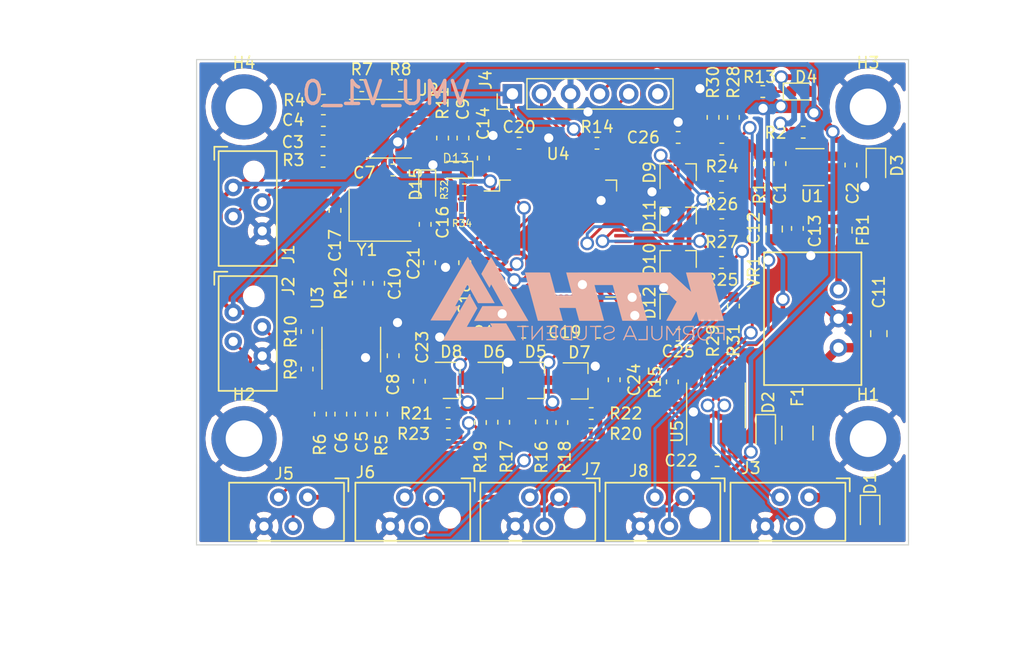
<source format=kicad_pcb>
(kicad_pcb (version 20171130) (host pcbnew "(5.1.5)-3")
  (layers (0 F.Cu signal) (31 B.Cu signal) (34 B.Paste user) (35 F.Paste user hide) (36 B.SilkS user) (37 F.SilkS user) (38 B.Mask user) (39 F.Mask user) (44 Edge.Cuts user))
  (net 0 "")
  (net 1 GND)
  (net 2 +5V)
  (net 3 +3V3)
  (net 4 "Net-(C3-Pad2)")
  (net 5 "Net-(C4-Pad1)")
  (net 6 "Net-(C5-Pad2)")
  (net 7 "Net-(C6-Pad1)")
  (net 8 /Amplifier/ANALOG1)
  (net 9 /Amplifier/ANALOG2)
  (net 10 +24V)
  (net 11 "Net-(C16-Pad1)")
  (net 12 "Net-(C17-Pad2)")
  (net 13 /CPU/NRST)
  (net 14 +BATT)
  (net 15 "Net-(D1-Pad1)")
  (net 16 "Net-(D4-Pad1)")
  (net 17 /CPU/SDA2)
  (net 18 /CPU/SCL2)
  (net 19 /CPU/SDA1)
  (net 20 /CPU/SCL1)
  (net 21 "Net-(FB1-Pad2)")
  (net 22 /Amplifier/IN1+)
  (net 23 /Amplifier/IN1-)
  (net 24 /Amplifier/IN2+)
  (net 25 /Amplifier/IN2-)
  (net 26 /CPU/SWCLK)
  (net 27 /CPU/SWDIO)
  (net 28 /CPU/SWO)
  (net 29 "Net-(J5-Pad3)")
  (net 30 "Net-(J5-Pad2)")
  (net 31 "Net-(J6-Pad2)")
  (net 32 "Net-(J6-Pad3)")
  (net 33 "Net-(J7-Pad2)")
  (net 34 "Net-(J7-Pad3)")
  (net 35 "Net-(J8-Pad3)")
  (net 36 "Net-(J8-Pad2)")
  (net 37 "Net-(R1-Pad1)")
  (net 38 "Net-(R7-Pad1)")
  (net 39 "Net-(R7-Pad2)")
  (net 40 "Net-(R8-Pad2)")
  (net 41 "Net-(R9-Pad1)")
  (net 42 "Net-(R10-Pad1)")
  (net 43 "Net-(R10-Pad2)")
  (net 44 "Net-(R11-Pad2)")
  (net 45 "Net-(R12-Pad2)")
  (net 46 "Net-(R15-Pad1)")
  (net 47 "Net-(U1-Pad4)")
  (net 48 "Net-(U4-Pad8)")
  (net 49 "Net-(U4-Pad9)")
  (net 50 "Net-(U4-Pad10)")
  (net 51 "Net-(U4-Pad11)")
  (net 52 "Net-(U4-Pad16)")
  (net 53 "Net-(U4-Pad17)")
  (net 54 "Net-(U4-Pad20)")
  (net 55 "Net-(U4-Pad21)")
  (net 56 "Net-(U4-Pad22)")
  (net 57 "Net-(U4-Pad23)")
  (net 58 "Net-(U4-Pad24)")
  (net 59 "Net-(U4-Pad25)")
  (net 60 "Net-(U4-Pad26)")
  (net 61 "Net-(U4-Pad27)")
  (net 62 "Net-(U4-Pad28)")
  (net 63 "Net-(U4-Pad33)")
  (net 64 "Net-(U4-Pad34)")
  (net 65 "Net-(U4-Pad35)")
  (net 66 "Net-(U4-Pad36)")
  (net 67 "Net-(U4-Pad37)")
  (net 68 "Net-(U4-Pad38)")
  (net 69 "Net-(U4-Pad39)")
  (net 70 "Net-(U4-Pad40)")
  (net 71 "Net-(U4-Pad41)")
  (net 72 /CPU/CAN_RX)
  (net 73 /CPU/CAN_TX)
  (net 74 "Net-(U4-Pad48)")
  (net 75 "Net-(U4-Pad50)")
  (net 76 "Net-(U4-Pad51)")
  (net 77 "Net-(U4-Pad52)")
  (net 78 "Net-(U4-Pad53)")
  (net 79 "Net-(U4-Pad54)")
  (net 80 "Net-(U4-Pad55)")
  (net 81 "Net-(U4-Pad56)")
  (net 82 "Net-(U4-Pad57)")
  (net 83 "Net-(U4-Pad58)")
  (net 84 "Net-(U4-Pad59)")
  (net 85 "Net-(U4-Pad60)")
  (net 86 "Net-(U4-Pad61)")
  (net 87 "Net-(U4-Pad62)")
  (net 88 "Net-(U5-Pad5)")
  (net 89 /24_to_5_supply/CAN_N)
  (net 90 /24_to_5_supply/CAN_P)
  (net 91 "Net-(D13-Pad2)")
  (net 92 "Net-(D15-Pad2)")
  (net 93 "Net-(R32-Pad1)")
  (net 94 "Net-(R33-Pad1)")
  (net 95 "Net-(R34-Pad1)")
  (module KTHFS:logo_with_text (layer B.Cu) (at 224.282 75.692 180)
    (fp_text reference G*** hide)
    (fp_text value logo_with_text hide)
  )
  (module Package_QFP:LQFP-64_10x10mm_P0.5mm (layer F.Cu) (at 222.4278 70.5104)
    (fp_text reference U4 (at 0 -7.4) (layer F.SilkS))
    (fp_text value STM32F091RCTx)
    (pad 64 smd roundrect (at -3.75 -5.675) (size 0.3 1.55) (layers F.Cu F.Paste F.Mask) (net 3 +3V3))
    (pad 63 smd roundrect (at -3.25 -5.675) (size 0.3 1.55) (layers F.Cu F.Paste F.Mask) (net 1 GND))
    (pad 62 smd roundrect (at -2.75 -5.675) (size 0.3 1.55) (layers F.Cu F.Paste F.Mask) (net 87 "Net-(U4-Pad62)"))
    (pad 61 smd roundrect (at -2.25 -5.675) (size 0.3 1.55) (layers F.Cu F.Paste F.Mask) (net 86 "Net-(U4-Pad61)"))
    (pad 60 smd roundrect (at -1.75 -5.675) (size 0.3 1.55) (layers F.Cu F.Paste F.Mask) (net 85 "Net-(U4-Pad60)"))
    (pad 59 smd roundrect (at -1.25 -5.675) (size 0.3 1.55) (layers F.Cu F.Paste F.Mask) (net 84 "Net-(U4-Pad59)"))
    (pad 58 smd roundrect (at -0.75 -5.675) (size 0.3 1.55) (layers F.Cu F.Paste F.Mask) (net 83 "Net-(U4-Pad58)"))
    (pad 57 smd roundrect (at -0.25 -5.675) (size 0.3 1.55) (layers F.Cu F.Paste F.Mask) (net 82 "Net-(U4-Pad57)"))
    (pad 56 smd roundrect (at 0.25 -5.675) (size 0.3 1.55) (layers F.Cu F.Paste F.Mask) (net 81 "Net-(U4-Pad56)"))
    (pad 55 smd roundrect (at 0.75 -5.675) (size 0.3 1.55) (layers F.Cu F.Paste F.Mask) (net 80 "Net-(U4-Pad55)"))
    (pad 54 smd roundrect (at 1.25 -5.675) (size 0.3 1.55) (layers F.Cu F.Paste F.Mask) (net 79 "Net-(U4-Pad54)"))
    (pad 53 smd roundrect (at 1.75 -5.675) (size 0.3 1.55) (layers F.Cu F.Paste F.Mask) (net 78 "Net-(U4-Pad53)"))
    (pad 52 smd roundrect (at 2.25 -5.675) (size 0.3 1.55) (layers F.Cu F.Paste F.Mask) (net 77 "Net-(U4-Pad52)"))
    (pad 51 smd roundrect (at 2.75 -5.675) (size 0.3 1.55) (layers F.Cu F.Paste F.Mask) (net 76 "Net-(U4-Pad51)"))
    (pad 50 smd roundrect (at 3.25 -5.675) (size 0.3 1.55) (layers F.Cu F.Paste F.Mask) (net 75 "Net-(U4-Pad50)"))
    (pad 49 smd roundrect (at 3.75 -5.675) (size 0.3 1.55) (layers F.Cu F.Paste F.Mask) (net 26 /CPU/SWCLK))
    (pad 48 smd roundrect (at 5.675 -3.75) (size 1.55 0.3) (layers F.Cu F.Paste F.Mask) (net 74 "Net-(U4-Pad48)"))
    (pad 47 smd roundrect (at 5.675 -3.25) (size 1.55 0.3) (layers F.Cu F.Paste F.Mask) (net 1 GND))
    (pad 46 smd roundrect (at 5.675 -2.75) (size 1.55 0.3) (layers F.Cu F.Paste F.Mask) (net 27 /CPU/SWDIO))
    (pad 45 smd roundrect (at 5.675 -2.25) (size 1.55 0.3) (layers F.Cu F.Paste F.Mask) (net 73 /CPU/CAN_TX))
    (pad 44 smd roundrect (at 5.675 -1.75) (size 1.55 0.3) (layers F.Cu F.Paste F.Mask) (net 72 /CPU/CAN_RX))
    (pad 43 smd roundrect (at 5.675 -1.25) (size 1.55 0.3) (layers F.Cu F.Paste F.Mask) (net 19 /CPU/SDA1))
    (pad 42 smd roundrect (at 5.675 -0.75) (size 1.55 0.3) (layers F.Cu F.Paste F.Mask) (net 20 /CPU/SCL1))
    (pad 41 smd roundrect (at 5.675 -0.25) (size 1.55 0.3) (layers F.Cu F.Paste F.Mask) (net 71 "Net-(U4-Pad41)"))
    (pad 40 smd roundrect (at 5.675 0.25) (size 1.55 0.3) (layers F.Cu F.Paste F.Mask) (net 70 "Net-(U4-Pad40)"))
    (pad 39 smd roundrect (at 5.675 0.75) (size 1.55 0.3) (layers F.Cu F.Paste F.Mask) (net 69 "Net-(U4-Pad39)"))
    (pad 38 smd roundrect (at 5.675 1.25) (size 1.55 0.3) (layers F.Cu F.Paste F.Mask) (net 68 "Net-(U4-Pad38)"))
    (pad 37 smd roundrect (at 5.675 1.75) (size 1.55 0.3) (layers F.Cu F.Paste F.Mask) (net 67 "Net-(U4-Pad37)"))
    (pad 36 smd roundrect (at 5.675 2.25) (size 1.55 0.3) (layers F.Cu F.Paste F.Mask) (net 66 "Net-(U4-Pad36)"))
    (pad 35 smd roundrect (at 5.675 2.75) (size 1.55 0.3) (layers F.Cu F.Paste F.Mask) (net 65 "Net-(U4-Pad35)"))
    (pad 34 smd roundrect (at 5.675 3.25) (size 1.55 0.3) (layers F.Cu F.Paste F.Mask) (net 64 "Net-(U4-Pad34)"))
    (pad 33 smd roundrect (at 5.675 3.75) (size 1.55 0.3) (layers F.Cu F.Paste F.Mask) (net 63 "Net-(U4-Pad33)"))
    (pad 32 smd roundrect (at 3.75 5.675) (size 0.3 1.55) (layers F.Cu F.Paste F.Mask) (net 3 +3V3))
    (pad 31 smd roundrect (at 3.25 5.675) (size 0.3 1.55) (layers F.Cu F.Paste F.Mask) (net 1 GND))
    (pad 30 smd roundrect (at 2.75 5.675) (size 0.3 1.55) (layers F.Cu F.Paste F.Mask) (net 17 /CPU/SDA2))
    (pad 29 smd roundrect (at 2.25 5.675) (size 0.3 1.55) (layers F.Cu F.Paste F.Mask) (net 18 /CPU/SCL2))
    (pad 28 smd roundrect (at 1.75 5.675) (size 0.3 1.55) (layers F.Cu F.Paste F.Mask) (net 62 "Net-(U4-Pad28)"))
    (pad 27 smd roundrect (at 1.25 5.675) (size 0.3 1.55) (layers F.Cu F.Paste F.Mask) (net 61 "Net-(U4-Pad27)"))
    (pad 26 smd roundrect (at 0.75 5.675) (size 0.3 1.55) (layers F.Cu F.Paste F.Mask) (net 60 "Net-(U4-Pad26)"))
    (pad 25 smd roundrect (at 0.25 5.675) (size 0.3 1.55) (layers F.Cu F.Paste F.Mask) (net 59 "Net-(U4-Pad25)"))
    (pad 24 smd roundrect (at -0.25 5.675) (size 0.3 1.55) (layers F.Cu F.Paste F.Mask) (net 58 "Net-(U4-Pad24)"))
    (pad 23 smd roundrect (at -0.75 5.675) (size 0.3 1.55) (layers F.Cu F.Paste F.Mask) (net 57 "Net-(U4-Pad23)"))
    (pad 22 smd roundrect (at -1.25 5.675) (size 0.3 1.55) (layers F.Cu F.Paste F.Mask) (net 56 "Net-(U4-Pad22)"))
    (pad 21 smd roundrect (at -1.75 5.675) (size 0.3 1.55) (layers F.Cu F.Paste F.Mask) (net 55 "Net-(U4-Pad21)"))
    (pad 20 smd roundrect (at -2.25 5.675) (size 0.3 1.55) (layers F.Cu F.Paste F.Mask) (net 54 "Net-(U4-Pad20)"))
    (pad 19 smd roundrect (at -2.75 5.675) (size 0.3 1.55) (layers F.Cu F.Paste F.Mask) (net 3 +3V3))
    (pad 18 smd roundrect (at -3.25 5.675) (size 0.3 1.55) (layers F.Cu F.Paste F.Mask) (net 1 GND))
    (pad 17 smd roundrect (at -3.75 5.675) (size 0.3 1.55) (layers F.Cu F.Paste F.Mask) (net 53 "Net-(U4-Pad17)"))
    (pad 16 smd roundrect (at -5.675 3.75) (size 1.55 0.3) (layers F.Cu F.Paste F.Mask) (net 52 "Net-(U4-Pad16)"))
    (pad 15 smd roundrect (at -5.675 3.25) (size 1.55 0.3) (layers F.Cu F.Paste F.Mask) (net 9 /Amplifier/ANALOG2))
    (pad 14 smd roundrect (at -5.675 2.75) (size 1.55 0.3) (layers F.Cu F.Paste F.Mask) (net 8 /Amplifier/ANALOG1))
    (pad 13 smd roundrect (at -5.675 2.25) (size 1.55 0.3) (layers F.Cu F.Paste F.Mask) (net 3 +3V3))
    (pad 12 smd roundrect (at -5.675 1.75) (size 1.55 0.3) (layers F.Cu F.Paste F.Mask) (net 1 GND))
    (pad 11 smd roundrect (at -5.675 1.25) (size 1.55 0.3) (layers F.Cu F.Paste F.Mask) (net 51 "Net-(U4-Pad11)"))
    (pad 10 smd roundrect (at -5.675 0.75) (size 1.55 0.3) (layers F.Cu F.Paste F.Mask) (net 50 "Net-(U4-Pad10)"))
    (pad 9 smd roundrect (at -5.675 0.25) (size 1.55 0.3) (layers F.Cu F.Paste F.Mask) (net 49 "Net-(U4-Pad9)"))
    (pad 8 smd roundrect (at -5.675 -0.25) (size 1.55 0.3) (layers F.Cu F.Paste F.Mask) (net 48 "Net-(U4-Pad8)"))
    (pad 7 smd roundrect (at -5.675 -0.75) (size 1.55 0.3) (layers F.Cu F.Paste F.Mask) (net 13 /CPU/NRST))
    (pad 6 smd roundrect (at -5.675 -1.25) (size 1.55 0.3) (layers F.Cu F.Paste F.Mask) (net 12 "Net-(C17-Pad2)"))
    (pad 5 smd roundrect (at -5.675 -1.75) (size 1.55 0.3) (layers F.Cu F.Paste F.Mask) (net 11 "Net-(C16-Pad1)"))
    (pad 4 smd roundrect (at -5.675 -2.25) (size 1.55 0.3) (layers F.Cu F.Paste F.Mask) (net 95 "Net-(R34-Pad1)"))
    (pad 3 smd roundrect (at -5.675 -2.75) (size 1.55 0.3) (layers F.Cu F.Paste F.Mask) (net 93 "Net-(R32-Pad1)"))
    (pad 2 smd roundrect (at -5.675 -3.25) (size 1.55 0.3) (layers F.Cu F.Paste F.Mask) (net 94 "Net-(R33-Pad1)"))
    (pad 1 smd roundrect (at -5.675 -3.75) (size 1.55 0.3) (layers F.Cu F.Paste F.Mask) (net 3 +3V3))
  )
  (module Package_SO:SOIC-8_3.9x4.9mm_P1.27mm (layer F.Cu) (at 236.22 85.09 90)
    (fp_text reference U5 (at -2.286 -3.4 90) (layer F.SilkS))
    (fp_text value SN65HVD230)
    (pad 1 smd roundrect (at -2.475 -1.905 90) (size 1.95 0.6) (layers F.Cu F.Paste F.Mask) (net 73 /CPU/CAN_TX))
    (pad 2 smd roundrect (at -2.475 -0.635 90) (size 1.95 0.6) (layers F.Cu F.Paste F.Mask) (net 1 GND))
    (pad 3 smd roundrect (at -2.475 0.635 90) (size 1.95 0.6) (layers F.Cu F.Paste F.Mask) (net 3 +3V3))
    (pad 4 smd roundrect (at -2.475 1.905 90) (size 1.95 0.6) (layers F.Cu F.Paste F.Mask) (net 72 /CPU/CAN_RX))
    (pad 5 smd roundrect (at 2.475 1.905 90) (size 1.95 0.6) (layers F.Cu F.Paste F.Mask) (net 88 "Net-(U5-Pad5)"))
    (pad 6 smd roundrect (at 2.475 0.635 90) (size 1.95 0.6) (layers F.Cu F.Paste F.Mask) (net 89 /24_to_5_supply/CAN_N))
    (pad 7 smd roundrect (at 2.475 -0.635 90) (size 1.95 0.6) (layers F.Cu F.Paste F.Mask) (net 90 /24_to_5_supply/CAN_P))
    (pad 8 smd roundrect (at 2.475 -1.905 90) (size 1.95 0.6) (layers F.Cu F.Paste F.Mask) (net 46 "Net-(R15-Pad1)"))
  )
  (module Package_TO_SOT_SMD:SOT-23 (layer F.Cu) (at 220.472 82.9056)
    (fp_text reference D5 (at 0 -2.5) (layer F.SilkS))
    (fp_text value BAT54S)
    (pad 3 smd rect (at 1 0) (size 0.9 0.8) (layers F.Cu F.Paste F.Mask) (net 17 /CPU/SDA2))
    (pad 2 smd rect (at -1 0.95) (size 0.9 0.8) (layers F.Cu F.Paste F.Mask) (net 3 +3V3))
    (pad 1 smd rect (at -1 -0.95) (size 0.9 0.8) (layers F.Cu F.Paste F.Mask) (net 1 GND))
  )
  (module Capacitor_SMD:C_0603_1608Metric (layer F.Cu) (at 241.808 63.9572 270)
    (fp_text reference C1 (at 2.5908 0 90) (layer F.SilkS))
    (fp_text value 1uF)
    (pad 1 smd roundrect (at -0.7875 0 270) (size 0.875 0.95) (layers F.Cu F.Paste F.Mask) (net 2 +5V))
    (pad 2 smd roundrect (at 0.7875 0 270) (size 0.875 0.95) (layers F.Cu F.Paste F.Mask) (net 1 GND))
  )
  (module Capacitor_SMD:C_0603_1608Metric (layer F.Cu) (at 248.0056 64.0843 270)
    (fp_text reference C2 (at 2.4637 -0.1524 90) (layer F.SilkS))
    (fp_text value 1uF)
    (pad 2 smd roundrect (at 0.7875 0 270) (size 0.875 0.95) (layers F.Cu F.Paste F.Mask) (net 1 GND))
    (pad 1 smd roundrect (at -0.7875 0 270) (size 0.875 0.95) (layers F.Cu F.Paste F.Mask) (net 3 +3V3))
  )
  (module Capacitor_SMD:C_0603_1608Metric (layer F.Cu) (at 201.9045 61.976)
    (fp_text reference C3 (at -2.6416 0.1016) (layer F.SilkS))
    (fp_text value 100nF)
    (pad 2 smd roundrect (at 0.7875 0) (size 0.875 0.95) (layers F.Cu F.Paste F.Mask) (net 4 "Net-(C3-Pad2)"))
    (pad 1 smd roundrect (at -0.7875 0) (size 0.875 0.95) (layers F.Cu F.Paste F.Mask) (net 1 GND))
  )
  (module Capacitor_SMD:C_0603_1608Metric (layer F.Cu) (at 201.93 60.198 180)
    (fp_text reference C4 (at 2.6416 0.0508) (layer F.SilkS))
    (fp_text value 100nF)
    (pad 1 smd roundrect (at -0.7875 0 180) (size 0.875 0.95) (layers F.Cu F.Paste F.Mask) (net 5 "Net-(C4-Pad1)"))
    (pad 2 smd roundrect (at 0.7875 0 180) (size 0.875 0.95) (layers F.Cu F.Paste F.Mask) (net 1 GND))
  )
  (module Capacitor_SMD:C_0603_1608Metric (layer F.Cu) (at 205.232 85.852 90)
    (fp_text reference C5 (at -2.4384 0.0508 90) (layer F.SilkS))
    (fp_text value 100nF)
    (pad 2 smd roundrect (at 0.7875 0 90) (size 0.875 0.95) (layers F.Cu F.Paste F.Mask) (net 6 "Net-(C5-Pad2)"))
    (pad 1 smd roundrect (at -0.7875 0 90) (size 0.875 0.95) (layers F.Cu F.Paste F.Mask) (net 1 GND))
  )
  (module Capacitor_SMD:C_0603_1608Metric (layer F.Cu) (at 203.454 85.852 270)
    (fp_text reference C6 (at 2.4892 -0.0508 90) (layer F.SilkS))
    (fp_text value 100nF)
    (pad 2 smd roundrect (at 0.7875 0 270) (size 0.875 0.95) (layers F.Cu F.Paste F.Mask) (net 1 GND))
    (pad 1 smd roundrect (at -0.7875 0 270) (size 0.875 0.95) (layers F.Cu F.Paste F.Mask) (net 7 "Net-(C6-Pad1)"))
  )
  (module Capacitor_SMD:C_0603_1608Metric (layer F.Cu) (at 208.026 80.7465 90)
    (fp_text reference C8 (at -2.5145 0 90) (layer F.SilkS))
    (fp_text value 100nF)
    (pad 1 smd roundrect (at -0.7875 0 90) (size 0.875 0.95) (layers F.Cu F.Paste F.Mask) (net 1 GND))
    (pad 2 smd roundrect (at 0.7875 0 90) (size 0.875 0.95) (layers F.Cu F.Paste F.Mask) (net 3 +3V3))
  )
  (module Capacitor_SMD:C_0603_1608Metric (layer F.Cu) (at 214.122 61.722 90)
    (fp_text reference C9 (at 2.54 0 90) (layer F.SilkS))
    (fp_text value 100nF)
    (pad 1 smd roundrect (at -0.7875 0 90) (size 0.875 0.95) (layers F.Cu F.Paste F.Mask) (net 8 /Amplifier/ANALOG1))
    (pad 2 smd roundrect (at 0.7875 0 90) (size 0.875 0.95) (layers F.Cu F.Paste F.Mask) (net 1 GND))
  )
  (module Capacitor_SMD:C_0603_1608Metric (layer F.Cu) (at 206.756 74.422 270)
    (fp_text reference C10 (at 0.028 -1.404 90) (layer F.SilkS))
    (fp_text value 100nF)
    (pad 1 smd roundrect (at -0.7875 0 270) (size 0.875 0.95) (layers F.Cu F.Paste F.Mask) (net 9 /Amplifier/ANALOG2))
    (pad 2 smd roundrect (at 0.7875 0 270) (size 0.875 0.95) (layers F.Cu F.Paste F.Mask) (net 1 GND))
  )
  (module Capacitor_SMD:C_0805_2012Metric (layer F.Cu) (at 250.444 78.8185 90)
    (fp_text reference C11 (at 3.6345 0 90) (layer F.SilkS))
    (fp_text value 1uF)
    (pad 1 smd roundrect (at -0.9375 0 90) (size 0.975 1.4) (layers F.Cu F.Paste F.Mask) (net 10 +24V))
    (pad 2 smd roundrect (at 0.9375 0 90) (size 0.975 1.4) (layers F.Cu F.Paste F.Mask) (net 1 GND))
  )
  (module Capacitor_SMD:C_0805_2012Metric (layer F.Cu) (at 241.3 69.6745 270)
    (fp_text reference C12 (at -0.0785 1.778 90) (layer F.SilkS))
    (fp_text value 1uF)
    (pad 2 smd roundrect (at 0.9375 0 270) (size 0.975 1.4) (layers F.Cu F.Paste F.Mask) (net 1 GND))
    (pad 1 smd roundrect (at -0.9375 0 270) (size 0.975 1.4) (layers F.Cu F.Paste F.Mask) (net 2 +5V))
  )
  (module Capacitor_SMD:C_0603_1608Metric (layer F.Cu) (at 243.332 69.6215 270)
    (fp_text reference C13 (at 0.2285 -1.524 90) (layer F.SilkS))
    (fp_text value 100nF)
    (pad 1 smd roundrect (at -0.7875 0 270) (size 0.875 0.95) (layers F.Cu F.Paste F.Mask) (net 2 +5V))
    (pad 2 smd roundrect (at 0.7875 0 270) (size 0.875 0.95) (layers F.Cu F.Paste F.Mask) (net 1 GND))
  )
  (module Capacitor_SMD:C_0603_1608Metric (layer F.Cu) (at 215.9 63.4745 90)
    (fp_text reference C14 (at 3.0225 0 90) (layer F.SilkS))
    (fp_text value 100nF)
    (pad 2 smd roundrect (at 0.7875 0 90) (size 0.875 0.95) (layers F.Cu F.Paste F.Mask) (net 1 GND))
    (pad 1 smd roundrect (at -0.7875 0 90) (size 0.875 0.95) (layers F.Cu F.Paste F.Mask) (net 3 +3V3))
  )
  (module Capacitor_SMD:C_0603_1608Metric (layer F.Cu) (at 219.4305 78.6892 180)
    (fp_text reference C15 (at 3.0225 0) (layer F.SilkS))
    (fp_text value 100nF)
    (pad 1 smd roundrect (at -0.7875 0 180) (size 0.875 0.95) (layers F.Cu F.Paste F.Mask) (net 3 +3V3))
    (pad 2 smd roundrect (at 0.7875 0 180) (size 0.875 0.95) (layers F.Cu F.Paste F.Mask) (net 1 GND))
  )
  (module Capacitor_SMD:C_0603_1608Metric (layer F.Cu) (at 210.82 69.2657 270)
    (fp_text reference C16 (at -0.1777 -1.524 90) (layer F.SilkS))
    (fp_text value 33pF)
    (pad 1 smd roundrect (at -0.7875 0 270) (size 0.875 0.95) (layers F.Cu F.Paste F.Mask) (net 11 "Net-(C16-Pad1)"))
    (pad 2 smd roundrect (at 0.7875 0 270) (size 0.875 0.95) (layers F.Cu F.Paste F.Mask) (net 1 GND))
  )
  (module Capacitor_SMD:C_0603_1608Metric (layer F.Cu) (at 202.946 68.0465 270)
    (fp_text reference C17 (at 3.0735 0 90) (layer F.SilkS))
    (fp_text value 33pF)
    (pad 2 smd roundrect (at 0.7875 0 270) (size 0.875 0.95) (layers F.Cu F.Paste F.Mask) (net 12 "Net-(C17-Pad2)"))
    (pad 1 smd roundrect (at -0.7875 0 270) (size 0.875 0.95) (layers F.Cu F.Paste F.Mask) (net 1 GND))
  )
  (module Capacitor_SMD:C_0603_1608Metric (layer F.Cu) (at 214.2744 72.6187 90)
    (fp_text reference C18 (at -3.1313 -0.0244 90) (layer F.SilkS))
    (fp_text value 100nF)
    (pad 2 smd roundrect (at 0.7875 0 90) (size 0.875 0.95) (layers F.Cu F.Paste F.Mask) (net 1 GND))
    (pad 1 smd roundrect (at -0.7875 0 90) (size 0.875 0.95) (layers F.Cu F.Paste F.Mask) (net 3 +3V3))
  )
  (module Capacitor_SMD:C_0603_1608Metric (layer F.Cu) (at 225.9585 78.6892 180)
    (fp_text reference C19 (at 2.9465 0) (layer F.SilkS))
    (fp_text value 100nF)
    (pad 1 smd roundrect (at -0.7875 0 180) (size 0.875 0.95) (layers F.Cu F.Paste F.Mask) (net 3 +3V3))
    (pad 2 smd roundrect (at 0.7875 0 180) (size 0.875 0.95) (layers F.Cu F.Paste F.Mask) (net 1 GND))
  )
  (module Capacitor_SMD:C_0603_1608Metric (layer F.Cu) (at 219.0242 62.1792)
    (fp_text reference C20 (at 0 -1.43) (layer F.SilkS))
    (fp_text value 100nF)
    (pad 2 smd roundrect (at 0.7875 0) (size 0.875 0.95) (layers F.Cu F.Paste F.Mask) (net 1 GND))
    (pad 1 smd roundrect (at -0.7875 0) (size 0.875 0.95) (layers F.Cu F.Paste F.Mask) (net 3 +3V3))
  )
  (module Capacitor_SMD:C_0603_1608Metric (layer F.Cu) (at 211.201 72.6185 270)
    (fp_text reference C21 (at 0.0715 1.391 90) (layer F.SilkS))
    (fp_text value 10nF)
    (pad 1 smd roundrect (at -0.7875 0 270) (size 0.875 0.95) (layers F.Cu F.Paste F.Mask) (net 13 /CPU/NRST))
    (pad 2 smd roundrect (at 0.7875 0 270) (size 0.875 0.95) (layers F.Cu F.Paste F.Mask) (net 1 GND))
  )
  (module Capacitor_SMD:C_0603_1608Metric (layer F.Cu) (at 236.3216 89.916)
    (fp_text reference C22 (at -3.1496 0) (layer F.SilkS))
    (fp_text value 1uF)
    (pad 2 smd roundrect (at 0.7875 0) (size 0.875 0.95) (layers F.Cu F.Paste F.Mask) (net 3 +3V3))
    (pad 1 smd roundrect (at -0.7875 0) (size 0.875 0.95) (layers F.Cu F.Paste F.Mask) (net 1 GND))
  )
  (module Capacitor_SMD:C_0603_1608Metric (layer F.Cu) (at 210.312 82.9817 90)
    (fp_text reference C23 (at 2.9717 0.254 90) (layer F.SilkS))
    (fp_text value 1uF)
    (pad 1 smd roundrect (at -0.7875 0 90) (size 0.875 0.95) (layers F.Cu F.Paste F.Mask) (net 3 +3V3))
    (pad 2 smd roundrect (at 0.7875 0 90) (size 0.875 0.95) (layers F.Cu F.Paste F.Mask) (net 1 GND))
  )
  (module Capacitor_SMD:C_0603_1608Metric (layer F.Cu) (at 227.33 82.8548 90)
    (fp_text reference C24 (at 0 1.7526 90) (layer F.SilkS))
    (fp_text value 1uF)
    (pad 2 smd roundrect (at 0.7875 0 90) (size 0.875 0.95) (layers F.Cu F.Paste F.Mask) (net 1 GND))
    (pad 1 smd roundrect (at -0.7875 0 90) (size 0.875 0.95) (layers F.Cu F.Paste F.Mask) (net 3 +3V3))
  )
  (module Capacitor_SMD:C_0603_1608Metric (layer F.Cu) (at 232.918 78.9432 180)
    (fp_text reference C25 (at 0 -1.43) (layer F.SilkS))
    (fp_text value 1uF)
    (pad 2 smd roundrect (at 0.7875 0 180) (size 0.875 0.95) (layers F.Cu F.Paste F.Mask) (net 1 GND))
    (pad 1 smd roundrect (at -0.7875 0 180) (size 0.875 0.95) (layers F.Cu F.Paste F.Mask) (net 3 +3V3))
  )
  (module Capacitor_SMD:C_0603_1608Metric (layer F.Cu) (at 232.918 61.6712 180)
    (fp_text reference C26 (at 3.048 0) (layer F.SilkS))
    (fp_text value 1uF)
    (pad 1 smd roundrect (at -0.7875 0 180) (size 0.875 0.95) (layers F.Cu F.Paste F.Mask) (net 3 +3V3))
    (pad 2 smd roundrect (at 0.7875 0 180) (size 0.875 0.95) (layers F.Cu F.Paste F.Mask) (net 1 GND))
  )
  (module Diode_SMD:D_SOD-323 (layer F.Cu) (at 249.682 94.454 270)
    (fp_text reference D1 (at -2.54 0 90) (layer F.SilkS))
    (fp_text value D_Schottky)
    (pad 2 smd rect (at 1.05 0 270) (size 0.6 0.45) (layers F.Cu F.Paste F.Mask) (net 14 +BATT))
    (pad 1 smd rect (at -1.05 0 270) (size 0.6 0.45) (layers F.Cu F.Paste F.Mask) (net 15 "Net-(D1-Pad1)"))
  )
  (module Diode_SMD:D_SOD-323 (layer F.Cu) (at 240.5634 87.4014 270)
    (fp_text reference D2 (at -2.5654 -0.2286 90) (layer F.SilkS))
    (fp_text value D_TVS)
    (pad 2 smd rect (at 1.05 0 270) (size 0.6 0.45) (layers F.Cu F.Paste F.Mask) (net 1 GND))
    (pad 1 smd rect (at -1.05 0 270) (size 0.6 0.45) (layers F.Cu F.Paste F.Mask) (net 10 +24V))
  )
  (module Diode_SMD:D_SOD-323 (layer F.Cu) (at 250.19 64.1264 270)
    (fp_text reference D3 (at 0 -1.85 90) (layer F.SilkS))
    (fp_text value D_TVS)
    (pad 2 smd rect (at 1.05 0 270) (size 0.6 0.45) (layers F.Cu F.Paste F.Mask) (net 1 GND))
    (pad 1 smd rect (at -1.05 0 270) (size 0.6 0.45) (layers F.Cu F.Paste F.Mask) (net 2 +5V))
  )
  (module LED_SMD:LED_0603_1608Metric (layer F.Cu) (at 243.586 57.658)
    (fp_text reference D4 (at 0.508 -1.27) (layer F.SilkS))
    (fp_text value RED)
    (pad 2 smd roundrect (at 0.7875 0) (size 0.875 0.95) (layers F.Cu F.Paste F.Mask) (net 2 +5V))
    (pad 1 smd roundrect (at -0.7875 0) (size 0.875 0.95) (layers F.Cu F.Paste F.Mask) (net 16 "Net-(D4-Pad1)"))
  )
  (module Package_TO_SOT_SMD:SOT-23 (layer F.Cu) (at 216.8398 82.9056)
    (fp_text reference D6 (at 0 -2.5) (layer F.SilkS))
    (fp_text value BAT54S)
    (pad 1 smd rect (at -1 -0.95) (size 0.9 0.8) (layers F.Cu F.Paste F.Mask) (net 1 GND))
    (pad 2 smd rect (at -1 0.95) (size 0.9 0.8) (layers F.Cu F.Paste F.Mask) (net 3 +3V3))
    (pad 3 smd rect (at 1 0) (size 0.9 0.8) (layers F.Cu F.Paste F.Mask) (net 18 /CPU/SCL2))
  )
  (module Package_TO_SOT_SMD:SOT-23 (layer F.Cu) (at 224.282 82.9564)
    (fp_text reference D7 (at 0 -2.5) (layer F.SilkS))
    (fp_text value BAT54S)
    (pad 1 smd rect (at -1 -0.95) (size 0.9 0.8) (layers F.Cu F.Paste F.Mask) (net 1 GND))
    (pad 2 smd rect (at -1 0.95) (size 0.9 0.8) (layers F.Cu F.Paste F.Mask) (net 3 +3V3))
    (pad 3 smd rect (at 1 0) (size 0.9 0.8) (layers F.Cu F.Paste F.Mask) (net 17 /CPU/SDA2))
  )
  (module Package_TO_SOT_SMD:SOT-23 (layer F.Cu) (at 213.106 82.9056)
    (fp_text reference D8 (at 0 -2.5) (layer F.SilkS))
    (fp_text value BAT54S)
    (pad 3 smd rect (at 1 0) (size 0.9 0.8) (layers F.Cu F.Paste F.Mask) (net 18 /CPU/SCL2))
    (pad 2 smd rect (at -1 0.95) (size 0.9 0.8) (layers F.Cu F.Paste F.Mask) (net 3 +3V3))
    (pad 1 smd rect (at -1 -0.95) (size 0.9 0.8) (layers F.Cu F.Paste F.Mask) (net 1 GND))
  )
  (module Package_TO_SOT_SMD:SOT-23 (layer F.Cu) (at 232.918 64.7352 90)
    (fp_text reference D9 (at 0 -2.5 90) (layer F.SilkS))
    (fp_text value BAT54S)
    (pad 3 smd rect (at 1 0 90) (size 0.9 0.8) (layers F.Cu F.Paste F.Mask) (net 19 /CPU/SDA1))
    (pad 2 smd rect (at -1 0.95 90) (size 0.9 0.8) (layers F.Cu F.Paste F.Mask) (net 3 +3V3))
    (pad 1 smd rect (at -1 -0.95 90) (size 0.9 0.8) (layers F.Cu F.Paste F.Mask) (net 1 GND))
  )
  (module Package_TO_SOT_SMD:SOT-23 (layer F.Cu) (at 232.918 72.3232 90)
    (fp_text reference D10 (at 0 -2.5 90) (layer F.SilkS))
    (fp_text value BAT54S)
    (pad 3 smd rect (at 1 0 90) (size 0.9 0.8) (layers F.Cu F.Paste F.Mask) (net 20 /CPU/SCL1))
    (pad 2 smd rect (at -1 0.95 90) (size 0.9 0.8) (layers F.Cu F.Paste F.Mask) (net 3 +3V3))
    (pad 1 smd rect (at -1 -0.95 90) (size 0.9 0.8) (layers F.Cu F.Paste F.Mask) (net 1 GND))
  )
  (module Package_TO_SOT_SMD:SOT-23 (layer F.Cu) (at 232.918 68.5292 90)
    (fp_text reference D11 (at 0 -2.5 90) (layer F.SilkS))
    (fp_text value BAT54S)
    (pad 1 smd rect (at -1 -0.95 90) (size 0.9 0.8) (layers F.Cu F.Paste F.Mask) (net 1 GND))
    (pad 2 smd rect (at -1 0.95 90) (size 0.9 0.8) (layers F.Cu F.Paste F.Mask) (net 3 +3V3))
    (pad 3 smd rect (at 1 0 90) (size 0.9 0.8) (layers F.Cu F.Paste F.Mask) (net 19 /CPU/SDA1))
  )
  (module Package_TO_SOT_SMD:SOT-23 (layer F.Cu) (at 232.918 76.1332 90)
    (fp_text reference D12 (at 0 -2.5 90) (layer F.SilkS))
    (fp_text value BAT54S)
    (pad 1 smd rect (at -1 -0.95 90) (size 0.9 0.8) (layers F.Cu F.Paste F.Mask) (net 1 GND))
    (pad 2 smd rect (at -1 0.95 90) (size 0.9 0.8) (layers F.Cu F.Paste F.Mask) (net 3 +3V3))
    (pad 3 smd rect (at 1 0 90) (size 0.9 0.8) (layers F.Cu F.Paste F.Mask) (net 20 /CPU/SCL1))
  )
  (module Fuse:Fuse_1210_3225Metric (layer F.Cu) (at 243.332 87.506 270)
    (fp_text reference F1 (at -3.178 0 90) (layer F.SilkS))
    (fp_text value Fuse)
    (pad 2 smd roundrect (at 1.4 0 270) (size 1.25 2.65) (layers F.Cu F.Paste F.Mask) (roundrect_rratio 0.2) (net 15 "Net-(D1-Pad1)"))
    (pad 1 smd roundrect (at -1.4 0 270) (size 1.25 2.65) (layers F.Cu F.Paste F.Mask) (roundrect_rratio 0.2) (net 10 +24V))
  )
  (module Inductor_SMD:L_0805_2012Metric (layer F.Cu) (at 247.396 69.7715 270)
    (fp_text reference FB1 (at 0 -1.65 90) (layer F.SilkS))
    (fp_text value Ferrite_Bead)
    (pad 2 smd roundrect (at 0.9375 0 270) (size 0.975 1.4) (layers F.Cu F.Paste F.Mask) (net 21 "Net-(FB1-Pad2)"))
    (pad 1 smd roundrect (at -0.9375 0 270) (size 0.975 1.4) (layers F.Cu F.Paste F.Mask) (net 2 +5V))
  )
  (module KTHFS:Wurth-MM_female_4 (layer F.Cu) (at 194.056 66.04 90)
    (fp_text reference J1 (at -5.842 4.826 90) (layer F.SilkS))
    (fp_text value Conn_01x04_Male)
    (pad 1 thru_hole circle (at 0 0 90) (size 1.524 1.524) (drill 0.8) (layers *.Cu *.Mask) (net 3 +3V3))
    (pad 2 thru_hole circle (at -1.27 2.54 90) (size 1.524 1.524) (drill 0.8) (layers *.Cu *.Mask) (net 22 /Amplifier/IN1+))
    (pad 3 thru_hole circle (at -2.54 0 90) (size 1.524 1.524) (drill 0.8) (layers *.Cu *.Mask) (net 23 /Amplifier/IN1-))
    (pad 4 thru_hole circle (at -3.81 2.54 90) (size 1.524 1.524) (drill 0.8) (layers *.Cu *.Mask) (net 1 GND))
    (pad "" np_thru_hole circle (at 1.4 1.8 90) (size 1.5 1.5) (drill 1.5) (layers *.Cu *.Mask))
  )
  (module KTHFS:Wurth-MM_female_4 (layer F.Cu) (at 194.056 76.962 90)
    (fp_text reference J2 (at 2.286 4.826 90) (layer F.SilkS))
    (fp_text value Conn_01x04_Male)
    (pad 1 thru_hole circle (at 0 0 90) (size 1.524 1.524) (drill 0.8) (layers *.Cu *.Mask) (net 3 +3V3))
    (pad 2 thru_hole circle (at -1.27 2.54 90) (size 1.524 1.524) (drill 0.8) (layers *.Cu *.Mask) (net 24 /Amplifier/IN2+))
    (pad 3 thru_hole circle (at -2.54 0 90) (size 1.524 1.524) (drill 0.8) (layers *.Cu *.Mask) (net 25 /Amplifier/IN2-))
    (pad 4 thru_hole circle (at -3.81 2.54 90) (size 1.524 1.524) (drill 0.8) (layers *.Cu *.Mask) (net 1 GND))
    (pad "" np_thru_hole circle (at 1.4 1.8 90) (size 1.5 1.5) (drill 1.5) (layers *.Cu *.Mask))
  )
  (module KTHFS:Wurth-MM_female_4 (layer F.Cu) (at 244.348 93.1164)
    (fp_text reference J3 (at -5.08 -2.54) (layer F.SilkS))
    (fp_text value Conn_01x04_Male)
    (pad "" np_thru_hole circle (at 1.4 1.8) (size 1.5 1.5) (drill 1.5) (layers *.Cu *.Mask))
    (pad 4 thru_hole circle (at -3.81 2.54) (size 1.524 1.524) (drill 0.8) (layers *.Cu *.Mask) (net 1 GND))
    (pad 3 thru_hole circle (at -2.54 0) (size 1.524 1.524) (drill 0.8) (layers *.Cu *.Mask) (net 89 /24_to_5_supply/CAN_N))
    (pad 2 thru_hole circle (at -1.27 2.54) (size 1.524 1.524) (drill 0.8) (layers *.Cu *.Mask) (net 90 /24_to_5_supply/CAN_P))
    (pad 1 thru_hole circle (at 0 0) (size 1.524 1.524) (drill 0.8) (layers *.Cu *.Mask) (net 14 +BATT))
  )
  (module Connector_PinHeader_2.54mm:PinHeader_1x06_P2.54mm_Vertical (layer F.Cu) (at 218.44 57.8612 90)
    (fp_text reference J4 (at 1.2192 -2.33 90) (layer F.SilkS))
    (fp_text value Conn_01x06_Male)
    (pad 1 thru_hole rect (at 0 0 90) (size 1.7 1.7) (drill 1) (layers *.Cu *.Mask) (net 3 +3V3))
    (pad 2 thru_hole oval (at 0 2.54 90) (size 1.7 1.7) (drill 1) (layers *.Cu *.Mask) (net 26 /CPU/SWCLK))
    (pad 3 thru_hole oval (at 0 5.08 90) (size 1.7 1.7) (drill 1) (layers *.Cu *.Mask) (net 1 GND))
    (pad 4 thru_hole oval (at 0 7.62 90) (size 1.7 1.7) (drill 1) (layers *.Cu *.Mask) (net 27 /CPU/SWDIO))
    (pad 5 thru_hole oval (at 0 10.16 90) (size 1.7 1.7) (drill 1) (layers *.Cu *.Mask) (net 13 /CPU/NRST))
    (pad 6 thru_hole oval (at 0 12.7 90) (size 1.7 1.7) (drill 1) (layers *.Cu *.Mask) (net 28 /CPU/SWO))
  )
  (module KTHFS:Wurth-MM_female_4 (layer F.Cu) (at 200.5584 93.1164)
    (fp_text reference J5 (at -2.0574 -2.0574) (layer F.SilkS))
    (fp_text value Conn_01x04_Male)
    (pad 1 thru_hole circle (at 0 0) (size 1.524 1.524) (drill 0.8) (layers *.Cu *.Mask) (net 3 +3V3))
    (pad 2 thru_hole circle (at -1.27 2.54) (size 1.524 1.524) (drill 0.8) (layers *.Cu *.Mask) (net 30 "Net-(J5-Pad2)"))
    (pad 3 thru_hole circle (at -2.54 0) (size 1.524 1.524) (drill 0.8) (layers *.Cu *.Mask) (net 29 "Net-(J5-Pad3)"))
    (pad 4 thru_hole circle (at -3.81 2.54) (size 1.524 1.524) (drill 0.8) (layers *.Cu *.Mask) (net 1 GND))
    (pad "" np_thru_hole circle (at 1.4 1.8) (size 1.5 1.5) (drill 1.5) (layers *.Cu *.Mask))
  )
  (module KTHFS:Wurth-MM_female_4 (layer F.Cu) (at 211.582 93.1164)
    (fp_text reference J6 (at -5.969 -2.1844) (layer F.SilkS))
    (fp_text value Conn_01x04_Male)
    (pad "" np_thru_hole circle (at 1.4 1.8) (size 1.5 1.5) (drill 1.5) (layers *.Cu *.Mask))
    (pad 4 thru_hole circle (at -3.81 2.54) (size 1.524 1.524) (drill 0.8) (layers *.Cu *.Mask) (net 1 GND))
    (pad 3 thru_hole circle (at -2.54 0) (size 1.524 1.524) (drill 0.8) (layers *.Cu *.Mask) (net 32 "Net-(J6-Pad3)"))
    (pad 2 thru_hole circle (at -1.27 2.54) (size 1.524 1.524) (drill 0.8) (layers *.Cu *.Mask) (net 31 "Net-(J6-Pad2)"))
    (pad 1 thru_hole circle (at 0 0) (size 1.524 1.524) (drill 0.8) (layers *.Cu *.Mask) (net 3 +3V3))
  )
  (module KTHFS:Wurth-MM_female_4 (layer F.Cu) (at 222.504 93.1164)
    (fp_text reference J7 (at 2.794 -2.4384) (layer F.SilkS))
    (fp_text value Conn_01x04_Male)
    (pad "" np_thru_hole circle (at 1.4 1.8) (size 1.5 1.5) (drill 1.5) (layers *.Cu *.Mask))
    (pad 4 thru_hole circle (at -3.81 2.54) (size 1.524 1.524) (drill 0.8) (layers *.Cu *.Mask) (net 1 GND))
    (pad 3 thru_hole circle (at -2.54 0) (size 1.524 1.524) (drill 0.8) (layers *.Cu *.Mask) (net 34 "Net-(J7-Pad3)"))
    (pad 2 thru_hole circle (at -1.27 2.54) (size 1.524 1.524) (drill 0.8) (layers *.Cu *.Mask) (net 33 "Net-(J7-Pad2)"))
    (pad 1 thru_hole circle (at 0 0) (size 1.524 1.524) (drill 0.8) (layers *.Cu *.Mask) (net 3 +3V3))
  )
  (module KTHFS:Wurth-MM_female_4 (layer F.Cu) (at 233.426 93.1164)
    (fp_text reference J8 (at -3.937 -2.3114) (layer F.SilkS))
    (fp_text value Conn_01x04_Male)
    (pad 1 thru_hole circle (at 0 0) (size 1.524 1.524) (drill 0.8) (layers *.Cu *.Mask) (net 3 +3V3))
    (pad 2 thru_hole circle (at -1.27 2.54) (size 1.524 1.524) (drill 0.8) (layers *.Cu *.Mask) (net 36 "Net-(J8-Pad2)"))
    (pad 3 thru_hole circle (at -2.54 0) (size 1.524 1.524) (drill 0.8) (layers *.Cu *.Mask) (net 35 "Net-(J8-Pad3)"))
    (pad 4 thru_hole circle (at -3.81 2.54) (size 1.524 1.524) (drill 0.8) (layers *.Cu *.Mask) (net 1 GND))
    (pad "" np_thru_hole circle (at 1.4 1.8) (size 1.5 1.5) (drill 1.5) (layers *.Cu *.Mask))
  )
  (module Resistor_SMD:R_0603_1608Metric (layer F.Cu) (at 240.03 63.9825 90)
    (fp_text reference R1 (at -2.5655 0 90) (layer F.SilkS))
    (fp_text value 1k)
    (pad 1 smd roundrect (at -0.7875 0 90) (size 0.875 0.95) (layers F.Cu F.Paste F.Mask) (net 37 "Net-(R1-Pad1)"))
    (pad 2 smd roundrect (at 0.7875 0 90) (size 0.875 0.95) (layers F.Cu F.Paste F.Mask) (net 2 +5V))
  )
  (module Resistor_SMD:R_0603_1608Metric (layer F.Cu) (at 243.84 61.214 180)
    (fp_text reference R2 (at 2.4131 -0.0508) (layer F.SilkS))
    (fp_text value NM)
    (pad 2 smd roundrect (at 0.7875 0 180) (size 0.875 0.95) (layers F.Cu F.Paste F.Mask) (net 2 +5V))
    (pad 1 smd roundrect (at -0.7875 0 180) (size 0.875 0.95) (layers F.Cu F.Paste F.Mask) (net 3 +3V3))
  )
  (module Resistor_SMD:R_0603_1608Metric (layer F.Cu) (at 201.9045 63.754 180)
    (fp_text reference R3 (at 2.5908 0.1016) (layer F.SilkS))
    (fp_text value 100E)
    (pad 1 smd roundrect (at -0.7875 0 180) (size 0.875 0.95) (layers F.Cu F.Paste F.Mask) (net 4 "Net-(C3-Pad2)"))
    (pad 2 smd roundrect (at 0.7875 0 180) (size 0.875 0.95) (layers F.Cu F.Paste F.Mask) (net 22 /Amplifier/IN1+))
  )
  (module Resistor_SMD:R_0603_1608Metric (layer F.Cu) (at 201.93 58.42)
    (fp_text reference R4 (at -2.54 0) (layer F.SilkS))
    (fp_text value 100E)
    (pad 2 smd roundrect (at 0.7875 0) (size 0.875 0.95) (layers F.Cu F.Paste F.Mask) (net 5 "Net-(C4-Pad1)"))
    (pad 1 smd roundrect (at -0.7875 0) (size 0.875 0.95) (layers F.Cu F.Paste F.Mask) (net 23 /Amplifier/IN1-))
  )
  (module Resistor_SMD:R_0603_1608Metric (layer F.Cu) (at 207.01 85.852 270)
    (fp_text reference R5 (at 2.7177 0 90) (layer F.SilkS))
    (fp_text value 100E)
    (pad 2 smd roundrect (at 0.7875 0 270) (size 0.875 0.95) (layers F.Cu F.Paste F.Mask) (net 24 /Amplifier/IN2+))
    (pad 1 smd roundrect (at -0.7875 0 270) (size 0.875 0.95) (layers F.Cu F.Paste F.Mask) (net 6 "Net-(C5-Pad2)"))
  )
  (module Resistor_SMD:R_0603_1608Metric (layer F.Cu) (at 201.676 85.852 90)
    (fp_text reference R6 (at -2.6669 -0.0508 90) (layer F.SilkS))
    (fp_text value 100E)
    (pad 1 smd roundrect (at -0.7875 0 90) (size 0.875 0.95) (layers F.Cu F.Paste F.Mask) (net 25 /Amplifier/IN2-))
    (pad 2 smd roundrect (at 0.7875 0 90) (size 0.875 0.95) (layers F.Cu F.Paste F.Mask) (net 7 "Net-(C6-Pad1)"))
  )
  (module Resistor_SMD:R_0603_1608Metric (layer F.Cu) (at 205.2828 57.15)
    (fp_text reference R7 (at 0 -1.43) (layer F.SilkS))
    (fp_text value 470E)
    (pad 1 smd roundrect (at -0.7875 0) (size 0.875 0.95) (layers F.Cu F.Paste F.Mask) (net 38 "Net-(R7-Pad1)"))
    (pad 2 smd roundrect (at 0.7875 0) (size 0.875 0.95) (layers F.Cu F.Paste F.Mask) (net 39 "Net-(R7-Pad2)"))
  )
  (module Resistor_SMD:R_0603_1608Metric (layer F.Cu) (at 208.6609 57.15)
    (fp_text reference R8 (at 0 -1.43) (layer F.SilkS))
    (fp_text value 470E)
    (pad 2 smd roundrect (at 0.7875 0) (size 0.875 0.95) (layers F.Cu F.Paste F.Mask) (net 40 "Net-(R8-Pad2)"))
    (pad 1 smd roundrect (at -0.7875 0) (size 0.875 0.95) (layers F.Cu F.Paste F.Mask) (net 39 "Net-(R7-Pad2)"))
  )
  (module Resistor_SMD:R_0603_1608Metric (layer F.Cu) (at 200.5076 81.9151 90)
    (fp_text reference R9 (at 0 -1.43 90) (layer F.SilkS))
    (fp_text value 470E)
    (pad 1 smd roundrect (at -0.7875 0 90) (size 0.875 0.95) (layers F.Cu F.Paste F.Mask) (net 41 "Net-(R9-Pad1)"))
    (pad 2 smd roundrect (at 0.7875 0 90) (size 0.875 0.95) (layers F.Cu F.Paste F.Mask) (net 42 "Net-(R10-Pad1)"))
  )
  (module Resistor_SMD:R_0603_1608Metric (layer F.Cu) (at 200.5076 78.6384 90)
    (fp_text reference R10 (at 0 -1.43 90) (layer F.SilkS))
    (fp_text value 470E)
    (pad 2 smd roundrect (at 0.7875 0 90) (size 0.875 0.95) (layers F.Cu F.Paste F.Mask) (net 43 "Net-(R10-Pad2)"))
    (pad 1 smd roundrect (at -0.7875 0 90) (size 0.875 0.95) (layers F.Cu F.Paste F.Mask) (net 42 "Net-(R10-Pad1)"))
  )
  (module Resistor_SMD:R_0603_1608Metric (layer F.Cu) (at 212.344 61.722 90)
    (fp_text reference R11 (at 3.048 0 90) (layer F.SilkS))
    (fp_text value 470E)
    (pad 1 smd roundrect (at -0.7875 0 90) (size 0.875 0.95) (layers F.Cu F.Paste F.Mask) (net 8 /Amplifier/ANALOG1))
    (pad 2 smd roundrect (at 0.7875 0 90) (size 0.875 0.95) (layers F.Cu F.Paste F.Mask) (net 44 "Net-(R11-Pad2)"))
  )
  (module Resistor_SMD:R_0603_1608Metric (layer F.Cu) (at 204.978 74.3965 270)
    (fp_text reference R12 (at 0.0255 1.524 90) (layer F.SilkS))
    (fp_text value 470E)
    (pad 2 smd roundrect (at 0.7875 0 270) (size 0.875 0.95) (layers F.Cu F.Paste F.Mask) (net 45 "Net-(R12-Pad2)"))
    (pad 1 smd roundrect (at -0.7875 0 270) (size 0.875 0.95) (layers F.Cu F.Paste F.Mask) (net 9 /Amplifier/ANALOG2))
  )
  (module Resistor_SMD:R_0603_1608Metric (layer F.Cu) (at 240.3095 57.658 180)
    (fp_text reference R13 (at 0.2795 1.27) (layer F.SilkS))
    (fp_text value 510)
    (pad 1 smd roundrect (at -0.7875 0 180) (size 0.875 0.95) (layers F.Cu F.Paste F.Mask) (net 16 "Net-(D4-Pad1)"))
    (pad 2 smd roundrect (at 0.7875 0 180) (size 0.875 0.95) (layers F.Cu F.Paste F.Mask) (net 1 GND))
  )
  (module Resistor_SMD:R_0603_1608Metric (layer F.Cu) (at 225.8315 62.1792)
    (fp_text reference R14 (at 0 -1.43) (layer F.SilkS))
    (fp_text value 10k)
    (pad 1 smd roundrect (at -0.7875 0) (size 0.875 0.95) (layers F.Cu F.Paste F.Mask) (net 3 +3V3))
    (pad 2 smd roundrect (at 0.7875 0) (size 0.875 0.95) (layers F.Cu F.Paste F.Mask) (net 13 /CPU/NRST))
  )
  (module Resistor_SMD:R_0603_1608Metric (layer F.Cu) (at 232.41 83.0325 270)
    (fp_text reference R15 (at 0.0255 1.524 90) (layer F.SilkS))
    (fp_text value 10k)
    (pad 1 smd roundrect (at -0.7875 0 270) (size 0.875 0.95) (layers F.Cu F.Paste F.Mask) (net 46 "Net-(R15-Pad1)"))
    (pad 2 smd roundrect (at 0.7875 0 270) (size 0.875 0.95) (layers F.Cu F.Paste F.Mask) (net 1 GND))
  )
  (module Resistor_SMD:R_0603_1608Metric (layer F.Cu) (at 220.98 86.5377 90)
    (fp_text reference R16 (at -3.0735 0 90) (layer F.SilkS))
    (fp_text value 1k)
    (pad 1 smd roundrect (at -0.7875 0 90) (size 0.875 0.95) (layers F.Cu F.Paste F.Mask) (net 30 "Net-(J5-Pad2)"))
    (pad 2 smd roundrect (at 0.7875 0 90) (size 0.875 0.95) (layers F.Cu F.Paste F.Mask) (net 17 /CPU/SDA2))
  )
  (module Resistor_SMD:R_0603_1608Metric (layer F.Cu) (at 217.678 86.5632 270)
    (fp_text reference R17 (at 3.0225 -0.254 90) (layer F.SilkS))
    (fp_text value 1k)
    (pad 2 smd roundrect (at 0.7875 0 270) (size 0.875 0.95) (layers F.Cu F.Paste F.Mask) (net 29 "Net-(J5-Pad3)"))
    (pad 1 smd roundrect (at -0.7875 0 270) (size 0.875 0.95) (layers F.Cu F.Paste F.Mask) (net 18 /CPU/SCL2))
  )
  (module Resistor_SMD:R_0603_1608Metric (layer F.Cu) (at 222.758 86.5887 90)
    (fp_text reference R18 (at -3.0225 0.254 90) (layer F.SilkS))
    (fp_text value 1k)
    (pad 1 smd roundrect (at -0.7875 0 90) (size 0.875 0.95) (layers F.Cu F.Paste F.Mask) (net 31 "Net-(J6-Pad2)"))
    (pad 2 smd roundrect (at 0.7875 0 90) (size 0.875 0.95) (layers F.Cu F.Paste F.Mask) (net 17 /CPU/SDA2))
  )
  (module Resistor_SMD:R_0603_1608Metric (layer F.Cu) (at 215.646 86.5887 270)
    (fp_text reference R19 (at 3.0225 0 90) (layer F.SilkS))
    (fp_text value 1k)
    (pad 2 smd roundrect (at 0.7875 0 270) (size 0.875 0.95) (layers F.Cu F.Paste F.Mask) (net 32 "Net-(J6-Pad3)"))
    (pad 1 smd roundrect (at -0.7875 0 270) (size 0.875 0.95) (layers F.Cu F.Paste F.Mask) (net 18 /CPU/SCL2))
  )
  (module Resistor_SMD:R_0603_1608Metric (layer F.Cu) (at 225.298 87.5792)
    (fp_text reference R20 (at 3.048 0) (layer F.SilkS))
    (fp_text value 10k)
    (pad 2 smd roundrect (at 0.7875 0) (size 0.875 0.95) (layers F.Cu F.Paste F.Mask) (net 3 +3V3))
    (pad 1 smd roundrect (at -0.7875 0) (size 0.875 0.95) (layers F.Cu F.Paste F.Mask) (net 17 /CPU/SDA2))
  )
  (module Resistor_SMD:R_0603_1608Metric (layer F.Cu) (at 212.8265 85.8012)
    (fp_text reference R21 (at -2.7685 0) (layer F.SilkS))
    (fp_text value 10k)
    (pad 2 smd roundrect (at 0.7875 0) (size 0.875 0.95) (layers F.Cu F.Paste F.Mask) (net 18 /CPU/SCL2))
    (pad 1 smd roundrect (at -0.7875 0) (size 0.875 0.95) (layers F.Cu F.Paste F.Mask) (net 3 +3V3))
  )
  (module Resistor_SMD:R_0603_1608Metric (layer F.Cu) (at 225.3235 85.8012)
    (fp_text reference R22 (at 3.0225 0) (layer F.SilkS))
    (fp_text value 10k)
    (pad 2 smd roundrect (at 0.7875 0) (size 0.875 0.95) (layers F.Cu F.Paste F.Mask) (net 3 +3V3))
    (pad 1 smd roundrect (at -0.7875 0) (size 0.875 0.95) (layers F.Cu F.Paste F.Mask) (net 17 /CPU/SDA2))
  )
  (module Resistor_SMD:R_0603_1608Metric (layer F.Cu) (at 212.852 87.5792)
    (fp_text reference R23 (at -3.048 0) (layer F.SilkS))
    (fp_text value 10k)
    (pad 2 smd roundrect (at 0.7875 0) (size 0.875 0.95) (layers F.Cu F.Paste F.Mask) (net 18 /CPU/SCL2))
    (pad 1 smd roundrect (at -0.7875 0) (size 0.875 0.95) (layers F.Cu F.Paste F.Mask) (net 3 +3V3))
  )
  (module Resistor_SMD:R_0603_1608Metric (layer F.Cu) (at 236.728 62.6872 180)
    (fp_text reference R24 (at -0.0255 -1.524) (layer F.SilkS))
    (fp_text value 1k)
    (pad 1 smd roundrect (at -0.7875 0 180) (size 0.875 0.95) (layers F.Cu F.Paste F.Mask) (net 33 "Net-(J7-Pad2)"))
    (pad 2 smd roundrect (at 0.7875 0 180) (size 0.875 0.95) (layers F.Cu F.Paste F.Mask) (net 19 /CPU/SDA1))
  )
  (module Resistor_SMD:R_0603_1608Metric (layer F.Cu) (at 236.7025 72.5932)
    (fp_text reference R25 (at 0.0255 1.524) (layer F.SilkS))
    (fp_text value 1k)
    (pad 2 smd roundrect (at 0.7875 0) (size 0.875 0.95) (layers F.Cu F.Paste F.Mask) (net 34 "Net-(J7-Pad3)"))
    (pad 1 smd roundrect (at -0.7875 0) (size 0.875 0.95) (layers F.Cu F.Paste F.Mask) (net 20 /CPU/SCL1))
  )
  (module Resistor_SMD:R_0603_1608Metric (layer F.Cu) (at 236.7025 65.9892 180)
    (fp_text reference R26 (at -0.0255 -1.524) (layer F.SilkS))
    (fp_text value 1k)
    (pad 1 smd roundrect (at -0.7875 0 180) (size 0.875 0.95) (layers F.Cu F.Paste F.Mask) (net 36 "Net-(J8-Pad2)"))
    (pad 2 smd roundrect (at 0.7875 0 180) (size 0.875 0.95) (layers F.Cu F.Paste F.Mask) (net 19 /CPU/SDA1))
  )
  (module Resistor_SMD:R_0603_1608Metric (layer F.Cu) (at 236.728 69.2912)
    (fp_text reference R27 (at 0 1.524) (layer F.SilkS))
    (fp_text value 1k)
    (pad 2 smd roundrect (at 0.7875 0) (size 0.875 0.95) (layers F.Cu F.Paste F.Mask) (net 35 "Net-(J8-Pad3)"))
    (pad 1 smd roundrect (at -0.7875 0) (size 0.875 0.95) (layers F.Cu F.Paste F.Mask) (net 20 /CPU/SCL1))
  )
  (module Resistor_SMD:R_0603_1608Metric (layer F.Cu) (at 237.744 59.9187 90)
    (fp_text reference R28 (at 3.0735 0 90) (layer F.SilkS))
    (fp_text value 10k)
    (pad 1 smd roundrect (at -0.7875 0 90) (size 0.875 0.95) (layers F.Cu F.Paste F.Mask) (net 19 /CPU/SDA1))
    (pad 2 smd roundrect (at 0.7875 0 90) (size 0.875 0.95) (layers F.Cu F.Paste F.Mask) (net 3 +3V3))
  )
  (module Resistor_SMD:R_0603_1608Metric (layer F.Cu) (at 235.966 76.4287 90)
    (fp_text reference R29 (at -3.0225 0 90) (layer F.SilkS))
    (fp_text value 10k)
    (pad 1 smd roundrect (at -0.7875 0 90) (size 0.875 0.95) (layers F.Cu F.Paste F.Mask) (net 3 +3V3))
    (pad 2 smd roundrect (at 0.7875 0 90) (size 0.875 0.95) (layers F.Cu F.Paste F.Mask) (net 20 /CPU/SCL1))
  )
  (module Resistor_SMD:R_0603_1608Metric (layer F.Cu) (at 235.966 59.9187 90)
    (fp_text reference R30 (at 3.0735 0 90) (layer F.SilkS))
    (fp_text value 10k)
    (pad 1 smd roundrect (at -0.7875 0 90) (size 0.875 0.95) (layers F.Cu F.Paste F.Mask) (net 19 /CPU/SDA1))
    (pad 2 smd roundrect (at 0.7875 0 90) (size 0.875 0.95) (layers F.Cu F.Paste F.Mask) (net 3 +3V3))
  )
  (module Resistor_SMD:R_0603_1608Metric (layer F.Cu) (at 237.744 76.4032 90)
    (fp_text reference R31 (at -2.9972 0.0254 90) (layer F.SilkS))
    (fp_text value 10k)
    (pad 2 smd roundrect (at 0.7875 0 90) (size 0.875 0.95) (layers F.Cu F.Paste F.Mask) (net 20 /CPU/SCL1))
    (pad 1 smd roundrect (at -0.7875 0 90) (size 0.875 0.95) (layers F.Cu F.Paste F.Mask) (net 3 +3V3))
  )
  (module Package_TO_SOT_SMD:SOT-23-5 (layer F.Cu) (at 244.7544 64.262)
    (fp_text reference U1 (at -0.1524 2.54) (layer F.SilkS))
    (fp_text value ADP150)
    (pad 5 smd rect (at 1.1 -0.95) (size 1.06 0.65) (layers F.Cu F.Paste F.Mask) (net 3 +3V3))
    (pad 4 smd rect (at 1.1 0.95) (size 1.06 0.65) (layers F.Cu F.Paste F.Mask) (net 47 "Net-(U1-Pad4)"))
    (pad 3 smd rect (at -1.1 0.95) (size 1.06 0.65) (layers F.Cu F.Paste F.Mask) (net 37 "Net-(R1-Pad1)"))
    (pad 2 smd rect (at -1.1 0) (size 1.06 0.65) (layers F.Cu F.Paste F.Mask) (net 1 GND))
    (pad 1 smd rect (at -1.1 -0.95) (size 1.06 0.65) (layers F.Cu F.Paste F.Mask) (net 2 +5V))
  )
  (module Package_SO:SOIC-8_3.9x4.9mm_P1.27mm (layer F.Cu) (at 207.6704 60.9092)
    (fp_text reference U2 (at 3.3296 -3.4092) (layer F.SilkS))
    (fp_text value INA128)
    (pad 1 smd roundrect (at -2.475 -1.905) (size 1.95 0.6) (layers F.Cu F.Paste F.Mask) (net 38 "Net-(R7-Pad1)"))
    (pad 2 smd roundrect (at -2.475 -0.635) (size 1.95 0.6) (layers F.Cu F.Paste F.Mask) (net 5 "Net-(C4-Pad1)"))
    (pad 3 smd roundrect (at -2.475 0.635) (size 1.95 0.6) (layers F.Cu F.Paste F.Mask) (net 4 "Net-(C3-Pad2)"))
    (pad 4 smd roundrect (at -2.475 1.905) (size 1.95 0.6) (layers F.Cu F.Paste F.Mask) (net 1 GND))
    (pad 5 smd roundrect (at 2.475 1.905) (size 1.95 0.6) (layers F.Cu F.Paste F.Mask) (net 1 GND))
    (pad 6 smd roundrect (at 2.475 0.635) (size 1.95 0.6) (layers F.Cu F.Paste F.Mask) (net 44 "Net-(R11-Pad2)"))
    (pad 7 smd roundrect (at 2.475 -0.635) (size 1.95 0.6) (layers F.Cu F.Paste F.Mask) (net 3 +3V3))
    (pad 8 smd roundrect (at 2.475 -1.905) (size 1.95 0.6) (layers F.Cu F.Paste F.Mask) (net 40 "Net-(R8-Pad2)"))
  )
  (module Package_SO:SOIC-8_3.9x4.9mm_P1.27mm (layer F.Cu) (at 204.3684 80.2132 90)
    (fp_text reference U3 (at 4.5212 -2.9464 90) (layer F.SilkS))
    (fp_text value INA128)
    (pad 1 smd roundrect (at -2.475 -1.905 90) (size 1.95 0.6) (layers F.Cu F.Paste F.Mask) (net 41 "Net-(R9-Pad1)"))
    (pad 2 smd roundrect (at -2.475 -0.635 90) (size 1.95 0.6) (layers F.Cu F.Paste F.Mask) (net 7 "Net-(C6-Pad1)"))
    (pad 3 smd roundrect (at -2.475 0.635 90) (size 1.95 0.6) (layers F.Cu F.Paste F.Mask) (net 6 "Net-(C5-Pad2)"))
    (pad 4 smd roundrect (at -2.475 1.905 90) (size 1.95 0.6) (layers F.Cu F.Paste F.Mask) (net 1 GND))
    (pad 5 smd roundrect (at 2.475 1.905 90) (size 1.95 0.6) (layers F.Cu F.Paste F.Mask) (net 1 GND))
    (pad 6 smd roundrect (at 2.475 0.635 90) (size 1.95 0.6) (layers F.Cu F.Paste F.Mask) (net 45 "Net-(R12-Pad2)"))
    (pad 7 smd roundrect (at 2.475 -0.635 90) (size 1.95 0.6) (layers F.Cu F.Paste F.Mask) (net 3 +3V3))
    (pad 8 smd roundrect (at 2.475 -1.905 90) (size 1.95 0.6) (layers F.Cu F.Paste F.Mask) (net 43 "Net-(R10-Pad2)"))
  )
  (module KTHFS:Wurth-FDSM (layer F.Cu) (at 248.92 83.312 90)
    (fp_text reference VR1 (at 9.906 -9.398 90) (layer F.SilkS))
    (fp_text value Wurth-FDSM)
    (pad 3 thru_hole circle (at 8.34 -2 90) (size 1.524 1.524) (drill 0.9) (layers *.Cu *.Mask) (net 21 "Net-(FB1-Pad2)"))
    (pad 2 thru_hole circle (at 5.8 -2 90) (size 1.524 1.524) (drill 0.9) (layers *.Cu *.Mask) (net 1 GND))
    (pad 1 thru_hole circle (at 3.26 -2 90) (size 1.524 1.524) (drill 0.9) (layers *.Cu *.Mask) (net 10 +24V))
  )
  (module Crystal:Crystal_SMD_3225-4Pin_3.2x2.5mm_HandSoldering (layer F.Cu) (at 206.8808 68.4854)
    (fp_text reference Y1 (at -1.1308 3.0146) (layer F.SilkS))
    (fp_text value Crystal_GND24)
    (pad 1 smd rect (at -1.45 1.15) (size 2.1 1.8) (layers F.Cu F.Paste F.Mask) (net 12 "Net-(C17-Pad2)"))
    (pad 2 smd rect (at 1.45 1.15) (size 2.1 1.8) (layers F.Cu F.Paste F.Mask) (net 1 GND))
    (pad 3 smd rect (at 1.45 -1.15) (size 2.1 1.8) (layers F.Cu F.Paste F.Mask) (net 11 "Net-(C16-Pad1)"))
    (pad 4 smd rect (at -1.45 -1.15) (size 2.1 1.8) (layers F.Cu F.Paste F.Mask) (net 1 GND))
  )
  (module Capacitor_SMD:C_0603_1608Metric (layer F.Cu) (at 208.0005 64.516 180)
    (fp_text reference C7 (at 2.5005 -0.234) (layer F.SilkS))
    (fp_text value 100nF)
    (pad 1 smd roundrect (at -0.7875 0 180) (size 0.875 0.95) (layers F.Cu F.Paste F.Mask) (net 3 +3V3))
    (pad 2 smd roundrect (at 0.7875 0 180) (size 0.875 0.95) (layers F.Cu F.Paste F.Mask) (net 1 GND))
  )
  (module LED_SMD:LED_0603_1608Metric (layer F.Cu) (at 213.5 64.5 180)
    (fp_text reference D13 (at 0 1) (layer F.SilkS) (effects (font (size 0.8 0.8) (thickness 0.1))))
    (fp_text value LED)
    (pad 2 smd roundrect (at 0.7875 0 180) (size 0.875 0.95) (layers F.Cu F.Paste F.Mask) (net 91 "Net-(D13-Pad2)"))
    (pad 1 smd roundrect (at -0.7875 0 180) (size 0.875 0.95) (layers F.Cu F.Paste F.Mask) (net 1 GND))
  )
  (module LED_SMD:LED_0603_1608Metric (layer F.Cu) (at 211 66 270)
    (fp_text reference D15 (at -0.25 1 90) (layer F.SilkS))
    (fp_text value LED)
    (pad 1 smd roundrect (at -0.7875 0 270) (size 0.875 0.95) (layers F.Cu F.Paste F.Mask) (net 1 GND))
    (pad 2 smd roundrect (at 0.7875 0 270) (size 0.875 0.95) (layers F.Cu F.Paste F.Mask) (net 92 "Net-(D15-Pad2)"))
  )
  (module MountingHole:MountingHole_3.2mm_M3_ISO7380_Pad (layer F.Cu) (at 249.5 88)
    (fp_text reference H1 (at 0 -3.85) (layer F.SilkS))
    (fp_text value MountingHole_Pad)
    (pad 1 thru_hole circle (at 0 0) (size 5.7 5.7) (drill 3.2) (layers *.Cu *.Mask) (net 1 GND))
  )
  (module MountingHole:MountingHole_3.2mm_M3_ISO7380_Pad (layer F.Cu) (at 195 88)
    (fp_text reference H2 (at 0 -3.85) (layer F.SilkS))
    (fp_text value MountingHole_Pad)
    (pad 1 thru_hole circle (at 0 0) (size 5.7 5.7) (drill 3.2) (layers *.Cu *.Mask) (net 1 GND))
  )
  (module MountingHole:MountingHole_3.2mm_M3_ISO7380_Pad (layer F.Cu) (at 249.5 59)
    (fp_text reference H3 (at 0 -3.85) (layer F.SilkS))
    (fp_text value MountingHole_Pad)
    (pad 1 thru_hole circle (at 0 0) (size 5.7 5.7) (drill 3.2) (layers *.Cu *.Mask) (net 1 GND))
  )
  (module MountingHole:MountingHole_3.2mm_M3_ISO7380_Pad (layer F.Cu) (at 195 59)
    (fp_text reference H4 (at 0 -3.85) (layer F.SilkS))
    (fp_text value MountingHole_Pad)
    (pad 1 thru_hole circle (at 0 0) (size 5.7 5.7) (drill 3.2) (layers *.Cu *.Mask) (net 1 GND))
  )
  (module Resistor_SMD:R_0603_1608Metric (layer F.Cu) (at 214.25 66.25 180)
    (fp_text reference R32 (at 1.75 0 90) (layer F.SilkS) (effects (font (size 0.6 0.6) (thickness 0.1))))
    (fp_text value R)
    (pad 2 smd roundrect (at 0.7875 0 180) (size 0.875 0.95) (layers F.Cu F.Paste F.Mask) (net 91 "Net-(D13-Pad2)"))
    (pad 1 smd roundrect (at -0.7875 0 180) (size 0.875 0.95) (layers F.Cu F.Paste F.Mask) (net 93 "Net-(R32-Pad1)"))
  )
  (module Resistor_SMD:R_0603_1608Metric (layer F.Cu) (at 214.0375 67.75 180)
    (fp_text reference R34 (at 0 -1.43) (layer F.SilkS) (effects (font (size 0.6 0.6) (thickness 0.1))))
    (fp_text value R)
    (pad 1 smd roundrect (at -0.7875 0 180) (size 0.875 0.95) (layers F.Cu F.Paste F.Mask) (net 95 "Net-(R34-Pad1)"))
    (pad 2 smd roundrect (at 0.7875 0 180) (size 0.875 0.95) (layers F.Cu F.Paste F.Mask) (net 92 "Net-(D15-Pad2)"))
  )
  (gr_text VMU_V1_0 (at 207.391 57.785) (layer B.SilkS) (effects (font (size 2 2) (thickness 0.3)) (justify mirror)))
  (gr_line (start 190.85052 97.282) (end 190.8556 54.864) (layer Edge.Cuts) (width 0.1))
  (gr_line (start 253.0348 97.282) (end 190.85052 97.282) (layer Edge.Cuts) (width 0.1))
  (gr_line (start 253.0348 54.864) (end 253.0348 97.282) (layer Edge.Cuts) (width 0.1))
  (gr_line (start 190.8556 54.864) (end 253.0348 54.864) (layer Edge.Cuts) (width 0.1))
  (via (at 225.044 59.436) (size 1.2) (drill 0.8) (layers F.Cu B.Cu) (net 1))
  (segment (start 206.2735 77.7381) (end 206.2734 77.7382) (width 0.254) (layer F.Cu) (net 1))
  (segment (start 225.6778 77.0604) (end 225.6778 76.1854) (width 0.254) (layer F.Cu) (net 1))
  (segment (start 225.6778 77.6074) (end 225.6778 77.0604) (width 0.254) (layer F.Cu) (net 1))
  (segment (start 225.171 78.1142) (end 225.6778 77.6074) (width 0.254) (layer F.Cu) (net 1))
  (segment (start 225.171 78.6892) (end 225.171 78.1142) (width 0.254) (layer F.Cu) (net 1))
  (segment (start 214.2744 71.8312) (end 214.3024 71.8032) (width 0.254) (layer F.Cu) (net 1))
  (segment (start 210.4022 69.6354) (end 210.82 70.0532) (width 0.254) (layer F.Cu) (net 1))
  (segment (start 208.3308 69.6354) (end 210.4022 69.6354) (width 0.254) (layer F.Cu) (net 1))
  (segment (start 208.1808 69.6354) (end 208.3308 69.6354) (width 0.254) (layer F.Cu) (net 1))
  (segment (start 205.8808 67.3354) (end 208.1808 69.6354) (width 0.254) (layer F.Cu) (net 1))
  (segment (start 205.4308 67.3354) (end 205.8808 67.3354) (width 0.254) (layer F.Cu) (net 1))
  (segment (start 204.7956 66.7002) (end 205.4308 67.3354) (width 0.254) (layer F.Cu) (net 1))
  (segment (start 215.8778 72.2604) (end 216.7528 72.2604) (width 0.254) (layer F.Cu) (net 1))
  (segment (start 215.2786 72.2604) (end 215.8778 72.2604) (width 0.254) (layer F.Cu) (net 1))
  (segment (start 214.8494 71.8312) (end 215.2786 72.2604) (width 0.254) (layer F.Cu) (net 1))
  (segment (start 214.2744 71.8312) (end 214.8494 71.8312) (width 0.254) (layer F.Cu) (net 1))
  (segment (start 219.1778 62.8131) (end 219.1778 64.8354) (width 0.254) (layer F.Cu) (net 1))
  (segment (start 219.8117 62.1792) (end 219.1778 62.8131) (width 0.254) (layer F.Cu) (net 1))
  (segment (start 219.1778 77.5794) (end 219.1778 76.1854) (width 0.254) (layer F.Cu) (net 1))
  (segment (start 218.643 78.6892) (end 218.643 78.1142) (width 0.254) (layer F.Cu) (net 1))
  (segment (start 218.643 78.1142) (end 219.1778 77.5794) (width 0.254) (layer F.Cu) (net 1))
  (segment (start 242.2907 64.262) (end 243.6544 64.262) (width 0.254) (layer F.Cu) (net 1))
  (segment (start 241.808 64.7447) (end 242.2907 64.262) (width 0.254) (layer F.Cu) (net 1))
  (segment (start 244.4384 64.262) (end 243.6544 64.262) (width 0.254) (layer F.Cu) (net 1))
  (segment (start 246.262322 64.262) (end 244.4384 64.262) (width 0.254) (layer F.Cu) (net 1))
  (segment (start 246.872122 64.8718) (end 246.262322 64.262) (width 0.254) (layer F.Cu) (net 1))
  (segment (start 248.0056 64.8718) (end 246.872122 64.8718) (width 0.254) (layer F.Cu) (net 1))
  (segment (start 250.075 77.512) (end 250.444 77.881) (width 0.254) (layer F.Cu) (net 1))
  (segment (start 246.92 77.512) (end 250.075 77.512) (width 0.8128) (layer F.Cu) (net 1))
  (segment (start 243.129 70.612) (end 243.332 70.409) (width 0.8128) (layer F.Cu) (net 1))
  (segment (start 241.3 70.612) (end 243.129 70.612) (width 0.8128) (layer F.Cu) (net 1))
  (segment (start 243.332 73.924) (end 243.332 70.409) (width 0.8128) (layer F.Cu) (net 1))
  (segment (start 246.92 77.512) (end 243.332 73.924) (width 0.8128) (layer F.Cu) (net 1))
  (segment (start 205.3544 67.259) (end 205.4308 67.3354) (width 0.254) (layer F.Cu) (net 1))
  (segment (start 202.946 67.259) (end 205.3544 67.259) (width 0.254) (layer F.Cu) (net 1))
  (segment (start 206.8972 64.516) (end 207.213 64.516) (width 0.254) (layer F.Cu) (net 1))
  (segment (start 205.1954 62.8142) (end 206.8972 64.516) (width 0.254) (layer F.Cu) (net 1))
  (segment (start 207.674612 64.977612) (end 207.213 64.516) (width 0.254) (layer F.Cu) (net 1))
  (segment (start 207.96741 65.27041) (end 207.674612 64.977612) (width 0.254) (layer F.Cu) (net 1))
  (segment (start 209.213096 65.27041) (end 207.96741 65.27041) (width 0.254) (layer F.Cu) (net 1))
  (segment (start 210.1454 64.338106) (end 209.213096 65.27041) (width 0.254) (layer F.Cu) (net 1))
  (segment (start 210.1454 62.8142) (end 210.1454 64.338106) (width 0.254) (layer F.Cu) (net 1))
  (segment (start 205.56611 62.44349) (end 205.1954 62.8142) (width 0.254) (layer F.Cu) (net 1))
  (segment (start 205.87839 62.44349) (end 205.56611 62.44349) (width 0.254) (layer F.Cu) (net 1))
  (segment (start 212.88229 59.69479) (end 208.62709 59.69479) (width 0.254) (layer F.Cu) (net 1))
  (segment (start 214.122 60.9345) (end 212.88229 59.69479) (width 0.254) (layer F.Cu) (net 1))
  (segment (start 206.2734 82.6882) (end 206.8718 82.6882) (width 0.254) (layer F.Cu) (net 1))
  (segment (start 201.1425 61.9505) (end 201.117 61.976) (width 0.254) (layer F.Cu) (net 1))
  (segment (start 201.1425 60.198) (end 201.1425 61.9505) (width 0.254) (layer F.Cu) (net 1))
  (segment (start 207.36947 60.95241) (end 207.69394 60.62794) (width 0.254) (layer F.Cu) (net 1))
  (segment (start 202.14059 60.95241) (end 207.36947 60.95241) (width 0.254) (layer F.Cu) (net 1))
  (segment (start 201.117 61.976) (end 202.14059 60.95241) (width 0.254) (layer F.Cu) (net 1))
  (segment (start 208.62709 59.69479) (end 207.69394 60.62794) (width 0.254) (layer F.Cu) (net 1))
  (segment (start 207.69394 60.62794) (end 205.87839 62.44349) (width 0.254) (layer F.Cu) (net 1))
  (segment (start 203.454 86.6395) (end 205.232 86.6395) (width 0.254) (layer F.Cu) (net 1))
  (segment (start 206.2734 81.6132) (end 206.2734 82.6882) (width 0.254) (layer F.Cu) (net 1))
  (segment (start 206.09399 81.43379) (end 206.2734 81.6132) (width 0.254) (layer F.Cu) (net 1))
  (segment (start 204.67553 81.43379) (end 206.09399 81.43379) (width 0.254) (layer F.Cu) (net 1))
  (segment (start 204.42399 81.68533) (end 204.67553 81.43379) (width 0.254) (layer F.Cu) (net 1))
  (segment (start 204.42399 85.83149) (end 204.42399 81.68533) (width 0.254) (layer F.Cu) (net 1))
  (segment (start 205.232 86.6395) (end 204.42399 85.83149) (width 0.254) (layer F.Cu) (net 1))
  (segment (start 235.5341 89.916) (end 235.5341 88.0619) (width 0.254) (layer F.Cu) (net 1))
  (segment (start 235.585 88.011) (end 235.585 87.565) (width 0.254) (layer F.Cu) (net 1))
  (segment (start 235.5341 88.0619) (end 235.585 88.011) (width 0.254) (layer F.Cu) (net 1))
  (segment (start 235.585 86.995) (end 235.585 87.565) (width 0.254) (layer F.Cu) (net 1))
  (segment (start 231.968 76.4292) (end 231.968 73.3232) (width 0.254) (layer F.Cu) (net 1))
  (segment (start 231.968 77.1332) (end 231.968 76.4292) (width 0.254) (layer F.Cu) (net 1))
  (segment (start 232.1305 65.5727) (end 231.968 65.7352) (width 0.254) (layer F.Cu) (net 1))
  (segment (start 206.8718 82.6882) (end 208.026 81.534) (width 0.254) (layer F.Cu) (net 1))
  (segment (start 249.8854 64.8718) (end 250.19 65.1764) (width 0.254) (layer F.Cu) (net 1))
  (segment (start 248.0056 64.8718) (end 249.8854 64.8718) (width 0.254) (layer F.Cu) (net 1))
  (segment (start 206.2734 75.6921) (end 206.756 75.2095) (width 0.254) (layer F.Cu) (net 1))
  (segment (start 206.2734 77.7382) (end 206.2734 75.6921) (width 0.254) (layer F.Cu) (net 1))
  (via (at 208.407 77.851) (size 1.2) (drill 0.8) (layers F.Cu B.Cu) (net 1))
  (segment (start 206.2734 77.7382) (end 208.2942 77.7382) (width 0.254) (layer F.Cu) (net 1))
  (segment (start 208.2942 77.7382) (end 208.407 77.851) (width 0.254) (layer F.Cu) (net 1))
  (via (at 205.614028 80.9146) (size 1.2) (drill 0.8) (layers F.Cu B.Cu) (net 1))
  (segment (start 206.2734 82.6882) (end 206.2734 81.573972) (width 0.254) (layer F.Cu) (net 1))
  (segment (start 206.2734 81.573972) (end 205.614028 80.9146) (width 0.254) (layer F.Cu) (net 1))
  (via (at 217.551 77.089) (size 1.2) (drill 0.8) (layers F.Cu B.Cu) (net 1))
  (segment (start 218.643 78.6892) (end 218.643 78.181) (width 0.254) (layer F.Cu) (net 1))
  (segment (start 218.643 78.181) (end 217.551 77.089) (width 0.254) (layer F.Cu) (net 1))
  (via (at 212.09 79.121) (size 1.2) (drill 0.8) (layers F.Cu B.Cu) (net 1))
  (segment (start 210.312 82.1942) (end 210.312 80.899) (width 0.254) (layer F.Cu) (net 1))
  (segment (start 210.312 80.899) (end 212.09 79.121) (width 0.254) (layer F.Cu) (net 1))
  (segment (start 216.5438 81.9556) (end 219.472 81.9556) (width 0.254) (layer F.Cu) (net 1))
  (segment (start 215.8398 81.9556) (end 216.5438 81.9556) (width 0.254) (layer F.Cu) (net 1))
  (via (at 218.059 81.330799) (size 1.2) (drill 0.8) (layers F.Cu B.Cu) (net 1))
  (segment (start 215.8398 81.9556) (end 217.434199 81.9556) (width 0.254) (layer F.Cu) (net 1))
  (segment (start 217.434199 81.9556) (end 218.059 81.330799) (width 0.254) (layer F.Cu) (net 1))
  (segment (start 225.171 78.6892) (end 225.171 79.9083) (width 0.254) (layer F.Cu) (net 1))
  (segment (start 227.2691 82.0064) (end 227.33 82.0673) (width 0.254) (layer F.Cu) (net 1))
  (segment (start 226.4766 82.0064) (end 226.87285 81.61015) (width 0.254) (layer F.Cu) (net 1))
  (segment (start 226.87285 81.61015) (end 227.33 82.0673) (width 0.254) (layer F.Cu) (net 1))
  (segment (start 226.7306 82.0064) (end 226.822 81.915) (width 0.254) (layer F.Cu) (net 1))
  (segment (start 226.7306 82.0064) (end 227.2691 82.0064) (width 0.254) (layer F.Cu) (net 1))
  (segment (start 226.4766 82.0064) (end 226.7306 82.0064) (width 0.254) (layer F.Cu) (net 1))
  (segment (start 225.171 79.9083) (end 226.87285 81.61015) (width 0.254) (layer F.Cu) (net 1))
  (via (at 225.679 81.661) (size 1.2) (drill 0.8) (layers F.Cu B.Cu) (net 1))
  (segment (start 225.5876 81.7524) (end 225.679 81.661) (width 0.254) (layer F.Cu) (net 1))
  (segment (start 225.5876 82.0064) (end 225.5876 81.7524) (width 0.254) (layer F.Cu) (net 1))
  (segment (start 225.5876 82.0064) (end 226.4766 82.0064) (width 0.254) (layer F.Cu) (net 1))
  (segment (start 223.282 82.0064) (end 225.5876 82.0064) (width 0.254) (layer F.Cu) (net 1))
  (via (at 234.442 91.186) (size 1.2) (drill 0.8) (layers F.Cu B.Cu) (net 1))
  (segment (start 235.5341 89.916) (end 235.5341 90.0939) (width 0.254) (layer F.Cu) (net 1))
  (segment (start 235.5341 90.0939) (end 234.442 91.186) (width 0.254) (layer F.Cu) (net 1))
  (via (at 212.598 73.025) (size 1.2) (drill 0.8) (layers F.Cu B.Cu) (net 1))
  (segment (start 211.201 73.406) (end 212.217 73.406) (width 0.254) (layer F.Cu) (net 1))
  (segment (start 212.217 73.406) (end 212.598 73.025) (width 0.254) (layer F.Cu) (net 1))
  (segment (start 213.0806 73.025) (end 214.2744 71.8312) (width 0.254) (layer F.Cu) (net 1))
  (segment (start 212.598 73.025) (end 213.0806 73.025) (width 0.254) (layer F.Cu) (net 1))
  (segment (start 228.1028 67.2604) (end 227.2278 67.2604) (width 0.254) (layer F.Cu) (net 1))
  (via (at 230.632 66.421) (size 1.2) (drill 0.8) (layers F.Cu B.Cu) (net 1))
  (segment (start 231.968 65.7352) (end 231.3178 65.7352) (width 0.254) (layer F.Cu) (net 1))
  (segment (start 231.3178 65.7352) (end 230.632 66.421) (width 0.254) (layer F.Cu) (net 1))
  (segment (start 238.9845 57.658) (end 238.7305 57.404) (width 0.254) (layer F.Cu) (net 1))
  (segment (start 239.522 57.658) (end 238.9845 57.658) (width 0.254) (layer F.Cu) (net 1))
  (via (at 234.823 57.404) (size 1.2) (drill 0.8) (layers F.Cu B.Cu) (net 1))
  (segment (start 238.7305 57.404) (end 234.823 57.404) (width 0.254) (layer F.Cu) (net 1))
  (via (at 232.918 60.325) (size 1.2) (drill 0.8) (layers F.Cu B.Cu) (net 1))
  (segment (start 232.1305 61.6712) (end 232.1305 61.1125) (width 0.254) (layer F.Cu) (net 1))
  (segment (start 232.1305 61.1125) (end 232.918 60.325) (width 0.254) (layer F.Cu) (net 1))
  (via (at 231.752096 68.176096) (size 1.2) (drill 0.8) (layers F.Cu B.Cu) (net 1))
  (segment (start 231.968 69.5292) (end 231.968 68.392) (width 0.254) (layer F.Cu) (net 1))
  (segment (start 231.968 68.392) (end 231.752096 68.176096) (width 0.254) (layer F.Cu) (net 1))
  (via (at 226.187 67.183) (size 1.2) (drill 0.8) (layers F.Cu B.Cu) (net 1))
  (segment (start 228.1028 67.2604) (end 226.2644 67.2604) (width 0.254) (layer F.Cu) (net 1))
  (segment (start 226.2644 67.2604) (end 226.187 67.183) (width 0.254) (layer F.Cu) (net 1))
  (via (at 231.648 74.803) (size 1.2) (drill 0.8) (layers F.Cu B.Cu) (net 1))
  (segment (start 231.968 77.1332) (end 231.968 75.123) (width 0.254) (layer F.Cu) (net 1))
  (segment (start 231.968 75.123) (end 231.648 74.803) (width 0.254) (layer F.Cu) (net 1))
  (via (at 234.2515 85.6615) (size 1.2) (drill 0.8) (layers F.Cu B.Cu) (net 1))
  (segment (start 234.315 85.725) (end 234.2515 85.6615) (width 0.254) (layer F.Cu) (net 1))
  (segment (start 234.315 85.725) (end 235.585 86.995) (width 0.254) (layer F.Cu) (net 1))
  (segment (start 232.41 83.82) (end 234.315 85.725) (width 0.254) (layer F.Cu) (net 1))
  (via (at 229.129499 77.229469) (size 1.2) (drill 0.8) (layers F.Cu B.Cu) (net 1))
  (segment (start 232.1305 78.9432) (end 230.84323 78.9432) (width 0.254) (layer F.Cu) (net 1))
  (segment (start 230.84323 78.9432) (end 229.129499 77.229469) (width 0.254) (layer F.Cu) (net 1))
  (segment (start 219.8117 62.1792) (end 221.1578 62.1792) (width 0.254) (layer F.Cu) (net 1))
  (via (at 221.615 61.722) (size 1.2) (drill 0.8) (layers F.Cu B.Cu) (net 1))
  (segment (start 221.1578 62.1792) (end 221.615 61.722) (width 0.254) (layer F.Cu) (net 1))
  (segment (start 211 64.775) (end 211.025 64.75) (width 0.254) (layer F.Cu) (net 1))
  (segment (start 211 65.2125) (end 211 64.775) (width 0.254) (layer F.Cu) (net 1))
  (segment (start 211.025 64.75) (end 211.025 64.5434) (width 0.254) (layer F.Cu) (net 1))
  (via (at 211.5 64.0684) (size 1.2) (drill 0.8) (layers F.Cu B.Cu) (net 1))
  (segment (start 211.025 64.5434) (end 211.5 64.0684) (width 0.254) (layer F.Cu) (net 1))
  (via (at 216.75 61.5) (size 1.2) (drill 0.8) (layers F.Cu B.Cu) (net 1))
  (segment (start 215.9 62.687) (end 215.9 62.35) (width 0.254) (layer F.Cu) (net 1))
  (segment (start 215.9 62.35) (end 216.75 61.5) (width 0.254) (layer F.Cu) (net 1))
  (via (at 244.5 72) (size 1.2) (drill 0.8) (layers F.Cu B.Cu) (net 1))
  (segment (start 243.332 70.409) (end 243.332 70.832) (width 0.254) (layer F.Cu) (net 1))
  (segment (start 243.332 70.832) (end 244.5 72) (width 0.254) (layer F.Cu) (net 1))
  (via (at 249.212841 65.962841) (size 1.2) (drill 0.8) (layers F.Cu B.Cu) (net 1))
  (segment (start 248.0056 64.8718) (end 248.1218 64.8718) (width 0.254) (layer F.Cu) (net 1))
  (segment (start 248.1218 64.8718) (end 249.212841 65.962841) (width 0.254) (layer F.Cu) (net 1))
  (segment (start 238.77781 66.21481) (end 238.77781 62.21219) (width 0.508) (layer F.Cu) (net 2))
  (segment (start 243.5121 63.1697) (end 243.6544 63.312) (width 0.508) (layer F.Cu) (net 2))
  (segment (start 241.808 63.1697) (end 243.5121 63.1697) (width 0.508) (layer F.Cu) (net 2))
  (segment (start 241.7827 63.195) (end 241.808 63.1697) (width 0.508) (layer F.Cu) (net 2))
  (segment (start 240.03 63.195) (end 241.7827 63.195) (width 0.508) (layer F.Cu) (net 2))
  (segment (start 243.6544 62.3909) (end 243.6544 63.225799) (width 0.8128) (layer F.Cu) (net 2))
  (segment (start 243.0525 61.214) (end 243.0525 61.789) (width 0.8128) (layer F.Cu) (net 2))
  (segment (start 243.0525 61.789) (end 243.6544 62.3909) (width 0.8128) (layer F.Cu) (net 2))
  (segment (start 240.03 63.195) (end 239.065 62.23) (width 0.8128) (layer F.Cu) (net 2))
  (segment (start 238.77781 62.51719) (end 238.77781 66.21481) (width 0.8128) (layer F.Cu) (net 2))
  (segment (start 239.065 62.23) (end 238.77781 62.51719) (width 0.8128) (layer F.Cu) (net 2))
  (segment (start 238.77781 66.21481) (end 241.3 68.737) (width 0.8128) (layer F.Cu) (net 2))
  (segment (start 243.235 68.737) (end 243.332 68.834) (width 0.8128) (layer F.Cu) (net 2))
  (segment (start 241.3 68.737) (end 243.235 68.737) (width 0.8128) (layer F.Cu) (net 2))
  (segment (start 243.332 68.834) (end 247.396 68.834) (width 0.8128) (layer F.Cu) (net 2))
  (segment (start 248.196 68.834) (end 251.46 65.57) (width 0.8128) (layer F.Cu) (net 2))
  (segment (start 247.396 68.834) (end 248.196 68.834) (width 0.8128) (layer F.Cu) (net 2))
  (segment (start 251.46 65.57) (end 251.46 64.4214) (width 0.8128) (layer F.Cu) (net 2))
  (segment (start 250.19 63.1514) (end 250.19 63.0764) (width 0.8128) (layer F.Cu) (net 2))
  (segment (start 251.46 64.4214) (end 250.19 63.1514) (width 0.8128) (layer F.Cu) (net 2))
  (via (at 241.8461 60.4424) (size 1.2) (drill 0.8) (layers F.Cu B.Cu) (net 2))
  (segment (start 243.0525 61.214) (end 242.6177 61.214) (width 0.254) (layer F.Cu) (net 2))
  (segment (start 242.6177 61.214) (end 241.8461 60.4424) (width 0.254) (layer F.Cu) (net 2))
  (via (at 241.921734 56.400699) (size 1.2) (drill 0.8) (layers F.Cu B.Cu) (net 2))
  (segment (start 244.3735 57.658) (end 244.3735 57.4295) (width 0.508) (layer F.Cu) (net 2))
  (segment (start 244.3735 57.4295) (end 243.205 56.261) (width 0.508) (layer F.Cu) (net 2))
  (segment (start 242.694628 60.4424) (end 241.8461 60.4424) (width 0.508) (layer B.Cu) (net 2))
  (segment (start 243.048608 60.08842) (end 242.694628 60.4424) (width 0.508) (layer B.Cu) (net 2))
  (segment (start 243.048608 58.382008) (end 243.048608 60.08842) (width 0.508) (layer B.Cu) (net 2))
  (segment (start 241.921734 57.255134) (end 243.048608 58.382008) (width 0.508) (layer B.Cu) (net 2))
  (segment (start 241.921734 56.400699) (end 241.921734 57.255134) (width 0.508) (layer B.Cu) (net 2))
  (segment (start 243.065301 56.400699) (end 243.205 56.261) (width 0.508) (layer F.Cu) (net 2))
  (segment (start 241.921734 56.400699) (end 243.065301 56.400699) (width 0.508) (layer F.Cu) (net 2))
  (segment (start 212.0196 83.7692) (end 212.106 83.8556) (width 0.4064) (layer F.Cu) (net 3))
  (segment (start 215.8398 83.8556) (end 219.472 83.8556) (width 0.4064) (layer F.Cu) (net 3))
  (segment (start 223.2312 83.8556) (end 223.282 83.9064) (width 0.4064) (layer F.Cu) (net 3))
  (segment (start 219.472 83.8556) (end 223.2312 83.8556) (width 0.4064) (layer F.Cu) (net 3))
  (segment (start 227.0659 83.9064) (end 227.33 83.6423) (width 0.4064) (layer F.Cu) (net 3))
  (segment (start 225.618 83.9064) (end 225.6384 83.9064) (width 0.4064) (layer F.Cu) (net 3))
  (segment (start 223.282 83.9064) (end 225.618 83.9064) (width 0.4064) (layer F.Cu) (net 3))
  (segment (start 226.0855 85.8267) (end 226.111 85.8012) (width 0.4064) (layer F.Cu) (net 3))
  (segment (start 226.0855 87.5792) (end 226.0855 85.8267) (width 0.4064) (layer F.Cu) (net 3))
  (segment (start 226.111 85.2262) (end 226.2276 85.1096) (width 0.4064) (layer F.Cu) (net 3))
  (segment (start 226.111 85.8012) (end 226.111 85.2262) (width 0.4064) (layer F.Cu) (net 3))
  (segment (start 225.618 83.9064) (end 226.2276 83.9064) (width 0.4064) (layer F.Cu) (net 3))
  (segment (start 226.248 84.5464) (end 226.888 83.9064) (width 0.4064) (layer F.Cu) (net 3))
  (segment (start 226.2276 84.5464) (end 226.248 84.5464) (width 0.4064) (layer F.Cu) (net 3))
  (segment (start 226.888 83.9064) (end 227.0659 83.9064) (width 0.4064) (layer F.Cu) (net 3))
  (segment (start 226.2276 83.9064) (end 226.888 83.9064) (width 0.4064) (layer F.Cu) (net 3))
  (segment (start 226.2276 84.5464) (end 226.2276 83.9064) (width 0.4064) (layer F.Cu) (net 3))
  (segment (start 226.2276 85.1096) (end 226.2276 84.5464) (width 0.4064) (layer F.Cu) (net 3))
  (segment (start 225.618 83.9368) (end 226.2276 84.5464) (width 0.4064) (layer F.Cu) (net 3))
  (segment (start 225.618 83.9064) (end 225.618 83.9368) (width 0.4064) (layer F.Cu) (net 3))
  (segment (start 226.1778 78.121) (end 226.1778 76.1854) (width 0.254) (layer F.Cu) (net 3))
  (segment (start 226.746 78.6892) (end 226.1778 78.121) (width 0.254) (layer F.Cu) (net 3))
  (segment (start 215.863214 72.75479) (end 215.868824 72.7604) (width 0.4064) (layer F.Cu) (net 3))
  (segment (start 215.50081 72.75479) (end 215.863214 72.75479) (width 0.4064) (layer F.Cu) (net 3))
  (segment (start 214.8494 73.4062) (end 215.50081 72.75479) (width 0.4064) (layer F.Cu) (net 3))
  (segment (start 214.2744 73.4062) (end 214.8494 73.4062) (width 0.4064) (layer F.Cu) (net 3))
  (segment (start 233.868 69.5292) (end 233.868 73.3232) (width 0.4064) (layer F.Cu) (net 3))
  (segment (start 233.868 69.5292) (end 233.868 65.7352) (width 0.4064) (layer F.Cu) (net 3))
  (segment (start 233.868 61.8337) (end 233.7055 61.6712) (width 0.4064) (layer F.Cu) (net 3))
  (segment (start 233.868 65.7352) (end 233.868 61.8337) (width 0.4064) (layer F.Cu) (net 3))
  (segment (start 233.7055 61.3917) (end 235.966 59.1312) (width 0.4064) (layer F.Cu) (net 3))
  (segment (start 233.7055 61.6712) (end 233.7055 61.3917) (width 0.4064) (layer F.Cu) (net 3))
  (segment (start 235.966 59.1312) (end 237.744 59.1312) (width 0.4064) (layer F.Cu) (net 3))
  (segment (start 235.883 77.1332) (end 235.966 77.2162) (width 0.4064) (layer F.Cu) (net 3))
  (segment (start 233.7055 77.2957) (end 233.868 77.1332) (width 0.4064) (layer F.Cu) (net 3))
  (segment (start 237.7185 77.2162) (end 237.744 77.1907) (width 0.4064) (layer F.Cu) (net 3))
  (segment (start 235.966 77.2162) (end 237.7185 77.2162) (width 0.4064) (layer F.Cu) (net 3))
  (segment (start 233.9087 77.8509) (end 234.6264 77.1332) (width 0.4064) (layer F.Cu) (net 3))
  (segment (start 233.7055 77.8509) (end 233.9087 77.8509) (width 0.4064) (layer F.Cu) (net 3))
  (segment (start 234.6264 77.1332) (end 235.883 77.1332) (width 0.4064) (layer F.Cu) (net 3))
  (segment (start 233.7055 77.8509) (end 233.7055 77.2957) (width 0.4064) (layer F.Cu) (net 3))
  (segment (start 233.7055 78.9432) (end 233.7055 77.8509) (width 0.4064) (layer F.Cu) (net 3))
  (segment (start 234 76.5708) (end 234.5624 77.1332) (width 0.4064) (layer F.Cu) (net 3))
  (segment (start 233.868 76.5708) (end 234 76.5708) (width 0.4064) (layer F.Cu) (net 3))
  (segment (start 234.5624 77.1332) (end 234.6264 77.1332) (width 0.4064) (layer F.Cu) (net 3))
  (segment (start 233.868 77.1332) (end 234.5624 77.1332) (width 0.4064) (layer F.Cu) (net 3))
  (segment (start 233.868 76.5708) (end 233.868 73.3232) (width 0.4064) (layer F.Cu) (net 3))
  (segment (start 233.868 77.1332) (end 233.868 76.5708) (width 0.4064) (layer F.Cu) (net 3))
  (segment (start 219.68341 77.074986) (end 219.6778 77.069376) (width 0.4064) (layer F.Cu) (net 3))
  (segment (start 219.68341 77.57961) (end 219.68341 77.074986) (width 0.4064) (layer F.Cu) (net 3))
  (segment (start 220.218 78.6892) (end 220.218 78.1142) (width 0.4064) (layer F.Cu) (net 3))
  (segment (start 220.218 78.1142) (end 219.68341 77.57961) (width 0.4064) (layer F.Cu) (net 3))
  (segment (start 218.44 61.9759) (end 218.2367 62.1792) (width 0.4064) (layer F.Cu) (net 3))
  (segment (start 218.44 57.8612) (end 218.44 61.9759) (width 0.4064) (layer F.Cu) (net 3))
  (segment (start 212.0645 85.8267) (end 212.039 85.8012) (width 0.4064) (layer F.Cu) (net 3))
  (segment (start 212.0645 87.5792) (end 212.0645 85.8267) (width 0.4064) (layer F.Cu) (net 3))
  (segment (start 212.039 83.9226) (end 212.106 83.8556) (width 0.4064) (layer F.Cu) (net 3))
  (segment (start 212.039 84.5818) (end 212.039 83.9226) (width 0.4064) (layer F.Cu) (net 3))
  (segment (start 212.039 85.8012) (end 212.039 84.5818) (width 0.4064) (layer F.Cu) (net 3))
  (segment (start 212.141 84.5818) (end 212.8672 83.8556) (width 0.4064) (layer F.Cu) (net 3))
  (segment (start 212.039 84.5818) (end 212.141 84.5818) (width 0.4064) (layer F.Cu) (net 3))
  (segment (start 212.106 83.8556) (end 212.8672 83.8556) (width 0.4064) (layer F.Cu) (net 3))
  (segment (start 212.8672 83.8556) (end 215.8398 83.8556) (width 0.4064) (layer F.Cu) (net 3))
  (segment (start 212.039 84.531) (end 211.2772 83.7692) (width 0.4064) (layer F.Cu) (net 3))
  (segment (start 212.039 84.5818) (end 212.039 84.531) (width 0.4064) (layer F.Cu) (net 3))
  (segment (start 210.312 83.7692) (end 211.2772 83.7692) (width 0.4064) (layer F.Cu) (net 3))
  (segment (start 211.2772 83.7692) (end 212.0196 83.7692) (width 0.4064) (layer F.Cu) (net 3))
  (segment (start 245.669 63.1266) (end 245.8544 63.312) (width 0.4064) (layer F.Cu) (net 3))
  (segment (start 247.9904 63.312) (end 248.0056 63.2968) (width 0.4064) (layer F.Cu) (net 3))
  (segment (start 245.8544 63.312) (end 247.9904 63.312) (width 0.8128) (layer F.Cu) (net 3))
  (segment (start 245.669 62.2555) (end 245.669 63.1266) (width 0.8128) (layer F.Cu) (net 3))
  (segment (start 244.6275 61.214) (end 245.669 62.2555) (width 0.8128) (layer F.Cu) (net 3))
  (segment (start 216.7528 65.6523) (end 216.7528 66.75479) (width 0.4064) (layer F.Cu) (net 3))
  (segment (start 215.9 64.262) (end 215.9 64.7995) (width 0.4064) (layer F.Cu) (net 3))
  (segment (start 208.788 63.941) (end 208.788 64.516) (width 0.4064) (layer F.Cu) (net 3))
  (segment (start 209.0704 60.2742) (end 208.788 60.5566) (width 0.4064) (layer F.Cu) (net 3))
  (segment (start 210.1454 60.2742) (end 209.0704 60.2742) (width 0.4064) (layer F.Cu) (net 3))
  (segment (start 205.534158 79.959) (end 203.962 78.386842) (width 0.4064) (layer F.Cu) (net 3))
  (segment (start 208.026 79.959) (end 205.534158 79.959) (width 0.4064) (layer F.Cu) (net 3))
  (segment (start 236.855 89.6619) (end 237.1091 89.916) (width 0.4064) (layer F.Cu) (net 3))
  (segment (start 236.855 87.565) (end 236.855 89.6619) (width 0.4064) (layer F.Cu) (net 3))
  (segment (start 238.319 59.1312) (end 237.744 59.1312) (width 0.4064) (layer F.Cu) (net 3))
  (segment (start 248.0056 63.2968) (end 248.0056 62.7593) (width 0.4064) (layer F.Cu) (net 3))
  (segment (start 246.42015 61.17385) (end 245.27715 60.03085) (width 0.4064) (layer F.Cu) (net 3))
  (via (at 223.798137 60.935863) (size 1.2) (drill 0.8) (layers F.Cu B.Cu) (net 3))
  (segment (start 225.044 62.1792) (end 225.041474 62.1792) (width 0.4064) (layer F.Cu) (net 3))
  (segment (start 225.041474 62.1792) (end 223.798137 60.935863) (width 0.4064) (layer F.Cu) (net 3))
  (segment (start 218.44 59.1176) (end 218.44 57.8612) (width 0.4064) (layer B.Cu) (net 3))
  (segment (start 219.658264 60.335864) (end 218.44 59.1176) (width 0.4064) (layer B.Cu) (net 3))
  (segment (start 223.198138 60.335864) (end 219.658264 60.335864) (width 0.4064) (layer B.Cu) (net 3))
  (segment (start 223.798137 60.935863) (end 223.198138 60.335864) (width 0.4064) (layer B.Cu) (net 3))
  (segment (start 203.7334 76.6632) (end 203.7334 77.7382) (width 0.4064) (layer F.Cu) (net 3))
  (segment (start 203.47779 76.40759) (end 203.7334 76.6632) (width 0.4064) (layer F.Cu) (net 3))
  (segment (start 202.103968 76.40759) (end 203.47779 76.40759) (width 0.4064) (layer F.Cu) (net 3))
  (segment (start 201.549558 76.962) (end 202.103968 76.40759) (width 0.4064) (layer F.Cu) (net 3))
  (segment (start 194.056 76.962) (end 201.549558 76.962) (width 0.4064) (layer F.Cu) (net 3))
  (segment (start 193.294001 76.200001) (end 194.056 76.962) (width 0.4064) (layer F.Cu) (net 3))
  (segment (start 192.938399 75.844399) (end 193.294001 76.200001) (width 0.4064) (layer F.Cu) (net 3))
  (segment (start 192.938399 67.157601) (end 192.938399 75.844399) (width 0.4064) (layer F.Cu) (net 3))
  (segment (start 194.056 66.04) (end 192.938399 67.157601) (width 0.4064) (layer F.Cu) (net 3))
  (segment (start 210.820001 93.878399) (end 211.582 93.1164) (width 0.4064) (layer F.Cu) (net 3))
  (segment (start 210.464399 94.234001) (end 210.820001 93.878399) (width 0.4064) (layer F.Cu) (net 3))
  (segment (start 208.505551 94.234001) (end 210.464399 94.234001) (width 0.4064) (layer F.Cu) (net 3))
  (segment (start 207.38795 93.1164) (end 208.505551 94.234001) (width 0.4064) (layer F.Cu) (net 3))
  (segment (start 200.5584 93.1164) (end 207.38795 93.1164) (width 0.4064) (layer F.Cu) (net 3))
  (segment (start 221.742001 93.878399) (end 222.504 93.1164) (width 0.4064) (layer F.Cu) (net 3))
  (segment (start 221.386399 94.234001) (end 221.742001 93.878399) (width 0.4064) (layer F.Cu) (net 3))
  (segment (start 219.427551 94.234001) (end 221.386399 94.234001) (width 0.4064) (layer F.Cu) (net 3))
  (segment (start 218.30995 93.1164) (end 219.427551 94.234001) (width 0.4064) (layer F.Cu) (net 3))
  (segment (start 211.582 93.1164) (end 218.30995 93.1164) (width 0.4064) (layer F.Cu) (net 3))
  (segment (start 232.664001 93.878399) (end 233.426 93.1164) (width 0.4064) (layer F.Cu) (net 3))
  (segment (start 232.308399 94.234001) (end 232.664001 93.878399) (width 0.4064) (layer F.Cu) (net 3))
  (segment (start 229.700403 94.234001) (end 232.308399 94.234001) (width 0.4064) (layer F.Cu) (net 3))
  (segment (start 229.277201 93.810799) (end 229.700403 94.234001) (width 0.4064) (layer F.Cu) (net 3))
  (segment (start 223.198399 93.810799) (end 229.277201 93.810799) (width 0.4064) (layer F.Cu) (net 3))
  (segment (start 222.504 93.1164) (end 223.198399 93.810799) (width 0.4064) (layer F.Cu) (net 3))
  (via (at 240.3348 59.1312) (size 1.2) (drill 0.8) (layers F.Cu B.Cu) (net 3))
  (segment (start 240.3348 59.1312) (end 238.319 59.1312) (width 0.8128) (layer F.Cu) (net 3))
  (segment (start 244.3775 59.1312) (end 240.3348 59.1312) (width 0.8128) (layer F.Cu) (net 3))
  (segment (start 234.19429 59.1312) (end 231.07008 56.00699) (width 0.4064) (layer F.Cu) (net 3))
  (segment (start 237.744 59.1312) (end 234.19429 59.1312) (width 0.4064) (layer F.Cu) (net 3))
  (segment (start 218.67219 63.957034) (end 218.67219 64.8354) (width 0.4064) (layer F.Cu) (net 3))
  (segment (start 218.67219 63.18969) (end 218.67219 63.957034) (width 0.4064) (layer F.Cu) (net 3))
  (segment (start 218.2367 62.1792) (end 218.2367 62.7542) (width 0.4064) (layer F.Cu) (net 3))
  (segment (start 218.2367 62.7542) (end 218.67219 63.18969) (width 0.4064) (layer F.Cu) (net 3))
  (via (at 208.418 62.057505) (size 1.2) (drill 0.8) (layers F.Cu B.Cu) (net 3))
  (segment (start 212.614305 57.8612) (end 218.44 57.8612) (width 0.4064) (layer B.Cu) (net 3))
  (segment (start 208.418 62.057505) (end 212.614305 57.8612) (width 0.4064) (layer B.Cu) (net 3))
  (segment (start 207.818001 62.657504) (end 207.818001 64.054001) (width 0.4064) (layer B.Cu) (net 3))
  (segment (start 207.818001 64.054001) (end 208.788 65.024) (width 0.4064) (layer B.Cu) (net 3))
  (segment (start 207.818001 62.657504) (end 208.418 62.057505) (width 0.4064) (layer B.Cu) (net 3))
  (segment (start 204.729904 65.745601) (end 207.818001 62.657504) (width 0.4064) (layer B.Cu) (net 3))
  (segment (start 194.350399 65.745601) (end 204.729904 65.745601) (width 0.4064) (layer B.Cu) (net 3))
  (segment (start 194.056 66.04) (end 194.350399 65.745601) (width 0.4064) (layer B.Cu) (net 3))
  (via (at 228.898727 75.647273) (size 1.2) (drill 0.8) (layers F.Cu B.Cu) (net 3))
  (segment (start 231.190255 77.938801) (end 228.898727 75.647273) (width 0.4064) (layer F.Cu) (net 3))
  (segment (start 237.744 77.1907) (end 236.995899 77.938801) (width 0.4064) (layer F.Cu) (net 3))
  (segment (start 236.995899 77.938801) (end 231.190255 77.938801) (width 0.4064) (layer F.Cu) (net 3))
  (via (at 218.602483 74.12795) (size 1.2) (drill 0.8) (layers F.Cu B.Cu) (net 3))
  (segment (start 219.90666 74.12795) (end 218.602483 74.12795) (width 0.4064) (layer B.Cu) (net 3))
  (segment (start 228.898727 75.647273) (end 221.425983 75.647273) (width 0.4064) (layer B.Cu) (net 3))
  (segment (start 221.425983 75.647273) (end 219.90666 74.12795) (width 0.4064) (layer B.Cu) (net 3))
  (segment (start 218.680795 75.05479) (end 219.431166 75.05479) (width 0.4064) (layer F.Cu) (net 3))
  (segment (start 218.602483 74.12795) (end 218.602483 74.976478) (width 0.4064) (layer F.Cu) (net 3))
  (segment (start 218.602483 74.976478) (end 218.680795 75.05479) (width 0.4064) (layer F.Cu) (net 3))
  (segment (start 219.431166 75.05479) (end 219.6778 75.301424) (width 0.4064) (layer F.Cu) (net 3))
  (segment (start 217.88341 72.247661) (end 217.88341 72.513766) (width 0.4064) (layer F.Cu) (net 3))
  (segment (start 219.451011 74.12795) (end 219.76948 73.809481) (width 0.4064) (layer F.Cu) (net 3))
  (segment (start 218.602483 74.12795) (end 219.451011 74.12795) (width 0.4064) (layer F.Cu) (net 3))
  (segment (start 219.76948 73.809481) (end 219.76948 72.272793) (width 0.4064) (layer F.Cu) (net 3))
  (segment (start 217.88341 72.513766) (end 217.636776 72.7604) (width 0.4064) (layer F.Cu) (net 3))
  (segment (start 219.272568 71.775881) (end 218.35519 71.775881) (width 0.4064) (layer F.Cu) (net 3))
  (segment (start 219.76948 72.272793) (end 219.272568 71.775881) (width 0.4064) (layer F.Cu) (net 3))
  (segment (start 218.35519 71.775881) (end 217.88341 72.247661) (width 0.4064) (layer F.Cu) (net 3))
  (via (at 244.76915 59.52285) (size 1.2) (drill 0.8) (layers F.Cu B.Cu) (net 3))
  (segment (start 244.76915 59.52285) (end 244.3775 59.1312) (width 0.8128) (layer F.Cu) (net 3))
  (segment (start 194.056 75.88437) (end 194.056 76.962) (width 0.4064) (layer B.Cu) (net 3))
  (segment (start 244.206741 55.292699) (end 214.489011 55.292699) (width 0.4064) (layer B.Cu) (net 3))
  (segment (start 194.056 75.72571) (end 194.056 75.88437) (width 0.4064) (layer B.Cu) (net 3))
  (segment (start 244.782901 55.868859) (end 244.206741 55.292699) (width 0.4064) (layer B.Cu) (net 3))
  (segment (start 244.782901 58.660571) (end 244.782901 55.868859) (width 0.4064) (layer B.Cu) (net 3))
  (segment (start 244.76915 58.674322) (end 244.782901 58.660571) (width 0.4064) (layer B.Cu) (net 3))
  (segment (start 244.76915 59.52285) (end 244.76915 58.674322) (width 0.4064) (layer B.Cu) (net 3))
  (via (at 246.42015 61.17385) (size 1.2) (drill 0.8) (layers F.Cu B.Cu) (net 3))
  (segment (start 248.0056 62.7593) (end 247.18215 61.93585) (width 0.8128) (layer F.Cu) (net 3))
  (via (at 239.268 89.154) (size 1.2) (drill 0.8) (layers F.Cu B.Cu) (net 3))
  (segment (start 239.268 81.006549) (end 239.268 89.154) (width 0.4064) (layer B.Cu) (net 3))
  (segment (start 246.42015 61.17385) (end 246.42015 73.854399) (width 0.4064) (layer B.Cu) (net 3))
  (segment (start 246.42015 73.854399) (end 239.268 81.006549) (width 0.4064) (layer B.Cu) (net 3))
  (segment (start 235.3056 93.1164) (end 233.426 93.1164) (width 0.4064) (layer F.Cu) (net 3))
  (segment (start 209.850388 83.307588) (end 210.312 83.7692) (width 0.4064) (layer F.Cu) (net 3))
  (segment (start 208.85661 82.31381) (end 209.850388 83.307588) (width 0.4064) (layer F.Cu) (net 3))
  (segment (start 208.85661 80.78961) (end 208.85661 82.31381) (width 0.4064) (layer F.Cu) (net 3))
  (segment (start 208.026 79.959) (end 208.85661 80.78961) (width 0.4064) (layer F.Cu) (net 3))
  (segment (start 218.602483 74.12795) (end 213.995 69.520467) (width 0.4064) (layer B.Cu) (net 3))
  (segment (start 213.233 65.024) (end 213.36 65.024) (width 0.4064) (layer B.Cu) (net 3))
  (segment (start 213.995 65.659) (end 213.995 65.024) (width 0.4064) (layer B.Cu) (net 3))
  (segment (start 213.233 65.024) (end 213.995 65.024) (width 0.4064) (layer B.Cu) (net 3))
  (segment (start 213.995 69.520467) (end 213.995 66.04) (width 0.4064) (layer B.Cu) (net 3))
  (segment (start 213.995 66.04) (end 213.995 65.659) (width 0.4064) (layer B.Cu) (net 3))
  (segment (start 212.979 65.024) (end 213.233 65.024) (width 0.4064) (layer B.Cu) (net 3))
  (segment (start 208.788 65.024) (end 212.979 65.024) (width 0.4064) (layer B.Cu) (net 3))
  (via (at 241.889807 58.938233) (size 1.2) (drill 0.8) (layers F.Cu B.Cu) (net 3))
  (segment (start 241.710425 58.938233) (end 241.889807 58.938233) (width 0.4064) (layer B.Cu) (net 3))
  (segment (start 241.212774 59.435884) (end 241.710425 58.938233) (width 0.4064) (layer B.Cu) (net 3))
  (segment (start 239.268116 59.349356) (end 239.268116 59.435884) (width 0.4064) (layer B.Cu) (net 3))
  (segment (start 239.486272 59.1312) (end 239.268116 59.349356) (width 0.4064) (layer B.Cu) (net 3))
  (segment (start 240.3348 59.1312) (end 239.486272 59.1312) (width 0.4064) (layer B.Cu) (net 3))
  (segment (start 239.140884 59.435884) (end 239.268116 59.435884) (width 0.4064) (layer B.Cu) (net 3))
  (segment (start 239.268116 59.435884) (end 241.212774 59.435884) (width 0.4064) (layer B.Cu) (net 3))
  (segment (start 241.183328 59.1312) (end 240.3348 59.1312) (width 0.4064) (layer B.Cu) (net 3))
  (segment (start 241.212774 59.160646) (end 241.183328 59.1312) (width 0.4064) (layer B.Cu) (net 3))
  (segment (start 241.212774 59.435884) (end 241.212774 59.160646) (width 0.4064) (layer B.Cu) (net 3))
  (segment (start 239.445568 59.1312) (end 239.4458 59.1312) (width 0.4064) (layer B.Cu) (net 3))
  (segment (start 239.140884 59.435884) (end 239.445568 59.1312) (width 0.4064) (layer B.Cu) (net 3))
  (segment (start 239.4458 59.1312) (end 239.776 58.801) (width 0.4064) (layer B.Cu) (net 3))
  (segment (start 240.3348 59.1312) (end 240.3348 58.7502) (width 0.4064) (layer F.Cu) (net 3))
  (segment (start 240.3348 58.7502) (end 240.538 58.547) (width 0.4064) (layer F.Cu) (net 3))
  (segment (start 241.3 58.547) (end 241.35839 58.48861) (width 0.4064) (layer F.Cu) (net 3))
  (segment (start 240.538 58.547) (end 241.3 58.547) (width 0.4064) (layer F.Cu) (net 3))
  (segment (start 241.440184 58.48861) (end 241.889807 58.938233) (width 0.4064) (layer F.Cu) (net 3))
  (segment (start 241.35839 58.48861) (end 241.440184 58.48861) (width 0.4064) (layer F.Cu) (net 3))
  (segment (start 238.3282 58.547) (end 237.744 59.1312) (width 0.4064) (layer F.Cu) (net 3))
  (segment (start 240.538 58.547) (end 238.3282 58.547) (width 0.4064) (layer F.Cu) (net 3))
  (segment (start 242.28104 58.547) (end 241.889807 58.938233) (width 0.4064) (layer F.Cu) (net 3))
  (segment (start 243.759704 58.547) (end 242.28104 58.547) (width 0.4064) (layer F.Cu) (net 3))
  (segment (start 243.886704 58.674) (end 243.759704 58.547) (width 0.4064) (layer F.Cu) (net 3))
  (segment (start 244.768828 58.674) (end 243.886704 58.674) (width 0.4064) (layer F.Cu) (net 3))
  (segment (start 244.76915 59.52285) (end 244.76915 58.674322) (width 0.4064) (layer F.Cu) (net 3))
  (segment (start 244.76915 58.674322) (end 244.768828 58.674) (width 0.4064) (layer F.Cu) (net 3))
  (segment (start 246.03915 60.11115) (end 246.03915 60.79285) (width 0.4064) (layer F.Cu) (net 3))
  (segment (start 244.76915 58.84115) (end 246.03915 60.11115) (width 0.4064) (layer F.Cu) (net 3))
  (segment (start 244.76915 58.674322) (end 244.76915 58.84115) (width 0.4064) (layer F.Cu) (net 3))
  (segment (start 246.42015 61.17385) (end 246.03915 60.79285) (width 0.8128) (layer F.Cu) (net 3))
  (segment (start 246.03915 60.79285) (end 244.76915 59.52285) (width 0.8128) (layer F.Cu) (net 3))
  (segment (start 246.42015 61.17385) (end 246.42015 61.63515) (width 0.4064) (layer F.Cu) (net 3))
  (segment (start 246.72085 61.93585) (end 247.18215 61.93585) (width 0.4064) (layer F.Cu) (net 3))
  (segment (start 246.42015 61.63515) (end 246.72085 61.93585) (width 0.4064) (layer F.Cu) (net 3))
  (segment (start 246.72085 61.93585) (end 246.72085 61.76215) (width 0.4064) (layer F.Cu) (net 3))
  (via (at 224.554977 74.530023) (size 1.2) (drill 0.8) (layers F.Cu B.Cu) (net 3))
  (segment (start 228.898727 75.647273) (end 225.672227 75.647273) (width 0.4064) (layer B.Cu) (net 3))
  (segment (start 225.672227 75.647273) (end 224.554977 74.530023) (width 0.4064) (layer B.Cu) (net 3))
  (segment (start 226.18341 75.307034) (end 226.18341 76.1854) (width 0.4064) (layer F.Cu) (net 3))
  (segment (start 224.554977 74.530023) (end 225.406399 74.530023) (width 0.4064) (layer F.Cu) (net 3))
  (segment (start 225.406399 74.530023) (end 226.18341 75.307034) (width 0.4064) (layer F.Cu) (net 3))
  (segment (start 237.1091 91.3129) (end 235.7755 92.6465) (width 0.4064) (layer F.Cu) (net 3))
  (segment (start 237.1091 89.916) (end 237.1091 91.3129) (width 0.4064) (layer F.Cu) (net 3))
  (segment (start 239.268 89.154) (end 235.7755 92.6465) (width 0.4064) (layer F.Cu) (net 3))
  (segment (start 235.7755 92.6465) (end 235.3056 93.1164) (width 0.4064) (layer F.Cu) (net 3))
  (segment (start 204.296355 65.485355) (end 204.643645 65.485355) (width 0.4064) (layer B.Cu) (net 3))
  (segment (start 204.296355 65.485355) (end 194.056 75.72571) (width 0.4064) (layer B.Cu) (net 3))
  (segment (start 204.643645 65.485355) (end 207.645 62.484) (width 0.4064) (layer B.Cu) (net 3))
  (segment (start 207.645 62.484) (end 212.471 57.658) (width 0.4064) (layer B.Cu) (net 3))
  (segment (start 212.614855 57.166855) (end 212.614855 57.420855) (width 0.4064) (layer B.Cu) (net 3))
  (segment (start 212.614855 57.166855) (end 204.296355 65.485355) (width 0.4064) (layer B.Cu) (net 3))
  (segment (start 214.489011 55.292699) (end 212.614855 57.166855) (width 0.4064) (layer B.Cu) (net 3))
  (segment (start 212.614855 57.420855) (end 212.88571 57.15) (width 0.4064) (layer B.Cu) (net 3))
  (segment (start 212.88571 57.15) (end 212.88571 57.56471) (width 0.4064) (layer B.Cu) (net 3))
  (segment (start 240.738099 70.921809) (end 242.062 72.24571) (width 0.4064) (layer B.Cu) (net 3))
  (segment (start 240.738099 59.241413) (end 240.738099 70.921809) (width 0.4064) (layer B.Cu) (net 3))
  (segment (start 241.889807 58.938233) (end 241.041279 58.938233) (width 0.4064) (layer B.Cu) (net 3))
  (segment (start 241.041279 58.938233) (end 240.738099 59.241413) (width 0.4064) (layer B.Cu) (net 3))
  (via (at 242.062 75.819) (size 1.2) (drill 0.8) (layers F.Cu B.Cu) (net 3))
  (segment (start 242.062 72.24571) (end 242.062 75.819) (width 0.4064) (layer B.Cu) (net 3))
  (segment (start 237.744 77.7282) (end 237.744 77.1907) (width 0.4064) (layer F.Cu) (net 3))
  (segment (start 237.744 78.63029) (end 237.744 77.7282) (width 0.4064) (layer F.Cu) (net 3))
  (segment (start 238.809311 79.695601) (end 237.744 78.63029) (width 0.4064) (layer F.Cu) (net 3))
  (segment (start 239.726689 79.695601) (end 238.809311 79.695601) (width 0.4064) (layer F.Cu) (net 3))
  (segment (start 242.062 77.36029) (end 239.726689 79.695601) (width 0.4064) (layer F.Cu) (net 3))
  (segment (start 242.062 75.819) (end 242.062 77.36029) (width 0.4064) (layer F.Cu) (net 3))
  (via (at 216.5 65.5) (size 1.2) (drill 0.8) (layers F.Cu B.Cu) (net 3))
  (segment (start 216.55025 65.44975) (end 216.5 65.5) (width 0.4064) (layer F.Cu) (net 3))
  (segment (start 216.55025 65.44975) (end 216.7528 65.6523) (width 0.4064) (layer F.Cu) (net 3))
  (segment (start 215.9 64.7995) (end 216.55025 65.44975) (width 0.4064) (layer F.Cu) (net 3))
  (segment (start 214.471 65.5) (end 216.5 65.5) (width 0.4064) (layer B.Cu) (net 3))
  (segment (start 213.995 65.024) (end 214.471 65.5) (width 0.4064) (layer B.Cu) (net 3))
  (segment (start 208.418 62.906033) (end 208.418 62.057505) (width 0.4064) (layer F.Cu) (net 3))
  (segment (start 208.473967 62.962) (end 208.418 62.906033) (width 0.4064) (layer F.Cu) (net 3))
  (segment (start 208.788 62.962) (end 208.473967 62.962) (width 0.4064) (layer F.Cu) (net 3))
  (segment (start 208.788 62.962) (end 208.788 63.941) (width 0.4064) (layer F.Cu) (net 3))
  (segment (start 208.788 60.5566) (end 208.788 62.962) (width 0.4064) (layer F.Cu) (net 3))
  (segment (start 215.863214 72.75479) (end 216.74521 72.75479) (width 0.2) (layer F.Cu) (net 3))
  (segment (start 216.75082 72.7604) (end 217.636776 72.7604) (width 0.2) (layer F.Cu) (net 3))
  (segment (start 216.74521 72.75479) (end 216.75082 72.7604) (width 0.2) (layer F.Cu) (net 3))
  (segment (start 219.6778 75.301424) (end 219.6778 76.1778) (width 0.2) (layer F.Cu) (net 3))
  (segment (start 219.58021 77.47641) (end 219.68341 77.57961) (width 0.2) (layer F.Cu) (net 3))
  (segment (start 219.58021 76.27539) (end 219.58021 77.47641) (width 0.2) (layer F.Cu) (net 3))
  (segment (start 219.6778 76.1778) (end 219.58021 76.27539) (width 0.2) (layer F.Cu) (net 3))
  (segment (start 204.7636 61.976) (end 202.692 61.976) (width 0.254) (layer F.Cu) (net 4))
  (segment (start 205.1954 61.5442) (end 204.7636 61.976) (width 0.254) (layer F.Cu) (net 4))
  (segment (start 202.692 63.754) (end 202.692 61.976) (width 0.254) (layer F.Cu) (net 4))
  (segment (start 205.1192 60.198) (end 205.1954 60.2742) (width 0.254) (layer F.Cu) (net 5))
  (segment (start 202.7175 60.198) (end 205.1192 60.198) (width 0.254) (layer F.Cu) (net 5))
  (segment (start 202.7175 58.42) (end 202.7175 60.198) (width 0.254) (layer F.Cu) (net 5))
  (segment (start 205.0034 84.8359) (end 205.232 85.0645) (width 0.254) (layer F.Cu) (net 6))
  (segment (start 205.0034 82.6882) (end 205.0034 84.8359) (width 0.254) (layer F.Cu) (net 6))
  (segment (start 205.232 85.0645) (end 207.01 85.0645) (width 0.254) (layer F.Cu) (net 6))
  (segment (start 201.676 85.0645) (end 203.454 85.0645) (width 0.254) (layer F.Cu) (net 7))
  (segment (start 203.454 82.9676) (end 203.7334 82.6882) (width 0.254) (layer F.Cu) (net 7))
  (segment (start 203.454 85.0645) (end 203.454 82.9676) (width 0.254) (layer F.Cu) (net 7))
  (segment (start 212.344 62.5095) (end 214.122 62.5095) (width 0.254) (layer F.Cu) (net 8))
  (segment (start 216.362596 63.54509) (end 217.80721 64.989704) (width 0.254) (layer F.Cu) (net 8))
  (segment (start 214.122 62.5095) (end 215.15759 63.54509) (width 0.254) (layer F.Cu) (net 8))
  (segment (start 215.15759 63.54509) (end 216.362596 63.54509) (width 0.254) (layer F.Cu) (net 8))
  (segment (start 217.6278 73.2604) (end 216.7528 73.2604) (width 0.254) (layer F.Cu) (net 8))
  (via (at 219.456 67.818) (size 1.2) (drill 0.8) (layers F.Cu B.Cu) (net 8))
  (segment (start 219.456 67.818) (end 217.80721 66.16921) (width 0.254) (layer F.Cu) (net 8))
  (segment (start 217.80721 66.16921) (end 217.80721 64.989704) (width 0.254) (layer F.Cu) (net 8))
  (via (at 218.813879 72.731482) (size 1.2) (drill 0.8) (layers F.Cu B.Cu) (net 8))
  (segment (start 218.302353 73.243008) (end 218.813879 72.731482) (width 0.254) (layer F.Cu) (net 8))
  (segment (start 217.6278 73.2604) (end 217.645192 73.243008) (width 0.254) (layer F.Cu) (net 8))
  (segment (start 217.645192 73.243008) (end 218.302353 73.243008) (width 0.254) (layer F.Cu) (net 8))
  (segment (start 219.456 72.089361) (end 219.456 67.818) (width 0.254) (layer B.Cu) (net 8))
  (segment (start 218.813879 72.731482) (end 219.456 72.089361) (width 0.254) (layer B.Cu) (net 8))
  (segment (start 206.7305 73.609) (end 206.756 73.6345) (width 0.254) (layer F.Cu) (net 9))
  (segment (start 204.978 73.609) (end 206.7305 73.609) (width 0.254) (layer F.Cu) (net 9))
  (segment (start 215.8778 73.7604) (end 216.7528 73.7604) (width 0.254) (layer F.Cu) (net 9))
  (segment (start 215.48979 74.14841) (end 215.8778 73.7604) (width 0.254) (layer F.Cu) (net 9))
  (segment (start 207.26991 74.14841) (end 215.48979 74.14841) (width 0.254) (layer F.Cu) (net 9))
  (segment (start 206.756 73.6345) (end 207.26991 74.14841) (width 0.254) (layer F.Cu) (net 9))
  (segment (start 250.148 80.052) (end 250.444 79.756) (width 0.8128) (layer F.Cu) (net 10))
  (segment (start 246.92 80.052) (end 250.148 80.052) (width 0.8128) (layer F.Cu) (net 10))
  (segment (start 240.8088 86.106) (end 240.5634 86.3514) (width 0.8128) (layer F.Cu) (net 10))
  (segment (start 243.332 86.106) (end 240.8088 86.106) (width 0.8128) (layer F.Cu) (net 10))
  (segment (start 243.332 83.64) (end 246.92 80.052) (width 0.8128) (layer F.Cu) (net 10))
  (segment (start 243.332 86.106) (end 243.332 83.64) (width 0.8128) (layer F.Cu) (net 10))
  (segment (start 209.6772 67.3354) (end 210.82 68.4782) (width 0.254) (layer F.Cu) (net 11))
  (segment (start 208.3308 67.3354) (end 209.6772 67.3354) (width 0.254) (layer F.Cu) (net 11))
  (segment (start 216.68221 68.68981) (end 216.7528 68.7604) (width 0.254) (layer F.Cu) (net 11))
  (segment (start 215.8778 68.7604) (end 216.7528 68.7604) (width 0.254) (layer F.Cu) (net 11))
  (segment (start 211.6772 68.7604) (end 215.8778 68.7604) (width 0.254) (layer F.Cu) (net 11))
  (segment (start 211.395 68.4782) (end 211.6772 68.7604) (width 0.254) (layer F.Cu) (net 11))
  (segment (start 210.82 68.4782) (end 211.395 68.4782) (width 0.254) (layer F.Cu) (net 11))
  (segment (start 205.4308 69.6354) (end 205.5808 69.6354) (width 0.254) (layer F.Cu) (net 12))
  (segment (start 205.5808 69.6354) (end 206.760201 70.814801) (width 0.254) (layer F.Cu) (net 12))
  (segment (start 206.760201 70.814801) (end 211.454649 70.814801) (width 0.254) (layer F.Cu) (net 12))
  (segment (start 203.7474 69.6354) (end 205.4308 69.6354) (width 0.254) (layer F.Cu) (net 12))
  (segment (start 202.946 68.834) (end 203.7474 69.6354) (width 0.254) (layer F.Cu) (net 12))
  (segment (start 213.00905 69.2604) (end 216.7528 69.2604) (width 0.254) (layer F.Cu) (net 12))
  (segment (start 211.454649 70.814801) (end 213.00905 69.2604) (width 0.254) (layer F.Cu) (net 12))
  (segment (start 215.8778 69.7604) (end 216.7528 69.7604) (width 0.254) (layer F.Cu) (net 13))
  (segment (start 215.69839 69.93981) (end 215.8778 69.7604) (width 0.254) (layer F.Cu) (net 13))
  (segment (start 214.9856 70.866) (end 215.69839 70.15321) (width 0.254) (layer F.Cu) (net 13))
  (segment (start 215.69839 70.15321) (end 215.69839 69.93981) (width 0.254) (layer F.Cu) (net 13))
  (segment (start 226.619 59.8422) (end 228.6 57.8612) (width 0.254) (layer F.Cu) (net 13))
  (segment (start 226.619 62.1792) (end 226.619 59.8422) (width 0.254) (layer F.Cu) (net 13))
  (segment (start 214.060094 70.866) (end 214.884 70.866) (width 0.254) (layer F.Cu) (net 13))
  (segment (start 213.556706 71.369388) (end 214.060094 70.866) (width 0.254) (layer F.Cu) (net 13))
  (segment (start 211.662612 71.369388) (end 213.556706 71.369388) (width 0.254) (layer F.Cu) (net 13))
  (segment (start 211.201 71.831) (end 211.662612 71.369388) (width 0.254) (layer F.Cu) (net 13))
  (segment (start 216.82339 69.68981) (end 216.7528 69.7604) (width 0.254) (layer F.Cu) (net 13))
  (segment (start 218.885704 69.68981) (end 216.82339 69.68981) (width 0.254) (layer F.Cu) (net 13))
  (segment (start 222.271915 66.303599) (end 218.885704 69.68981) (width 0.254) (layer F.Cu) (net 13))
  (segment (start 225.985815 66.303599) (end 222.271915 66.303599) (width 0.254) (layer F.Cu) (net 13))
  (segment (start 226.619 62.1792) (end 226.619 65.670414) (width 0.254) (layer F.Cu) (net 13))
  (segment (start 226.619 65.670414) (end 225.985815 66.303599) (width 0.254) (layer F.Cu) (net 13))
  (segment (start 248.285 95.1448) (end 248.6442 95.504) (width 0.8128) (layer F.Cu) (net 14))
  (segment (start 248.285 94.6912) (end 248.285 95.1448) (width 0.8128) (layer F.Cu) (net 14))
  (segment (start 246.6467 93.6498) (end 247.2436 93.6498) (width 0.8128) (layer F.Cu) (net 14))
  (segment (start 244.9068 93.1164) (end 244.9449 93.1545) (width 0.8128) (layer F.Cu) (net 14))
  (segment (start 247.2436 93.6498) (end 248.285 94.6912) (width 0.8128) (layer F.Cu) (net 14))
  (segment (start 244.9449 93.1545) (end 245.9609 93.1545) (width 0.8128) (layer F.Cu) (net 14))
  (segment (start 244.348 93.1164) (end 244.9068 93.1164) (width 0.8128) (layer F.Cu) (net 14))
  (segment (start 245.9609 93.1545) (end 246.18951 93.38311) (width 0.8128) (layer F.Cu) (net 14))
  (segment (start 248.6442 95.504) (end 249.682 95.504) (width 0.8128) (layer F.Cu) (net 14))
  (segment (start 246.18951 93.38311) (end 246.38001 93.38311) (width 0.8128) (layer F.Cu) (net 14))
  (segment (start 246.38001 93.38311) (end 246.6467 93.6498) (width 0.8128) (layer F.Cu) (net 14))
  (segment (start 249.682 93.329) (end 248.7709 92.4179) (width 0.8128) (layer F.Cu) (net 15))
  (segment (start 249.682 93.404) (end 249.682 93.329) (width 0.8128) (layer F.Cu) (net 15))
  (segment (start 246.8439 92.4179) (end 243.332 88.906) (width 0.8128) (layer F.Cu) (net 15))
  (segment (start 248.7709 92.4179) (end 246.8439 92.4179) (width 0.8128) (layer F.Cu) (net 15))
  (segment (start 241.097 57.658) (end 242.7985 57.658) (width 0.254) (layer F.Cu) (net 16))
  (segment (start 225.2312 82.9056) (end 225.282 82.9564) (width 0.254) (layer F.Cu) (net 17))
  (segment (start 221.472 82.9056) (end 225.2312 82.9056) (width 0.254) (layer F.Cu) (net 17))
  (via (at 221.5896 81.3308) (size 1.2) (drill 0.8) (layers F.Cu B.Cu) (net 17))
  (segment (start 221.472 82.9056) (end 221.472 81.4484) (width 0.254) (layer F.Cu) (net 17))
  (segment (start 221.472 81.4484) (end 221.5896 81.3308) (width 0.254) (layer F.Cu) (net 17))
  (via (at 221.9452 84.8112) (size 1.2) (drill 0.8) (layers F.Cu B.Cu) (net 17))
  (segment (start 221.5896 81.3308) (end 221.5896 84.4556) (width 0.254) (layer B.Cu) (net 17))
  (segment (start 221.5896 84.4556) (end 221.9452 84.8112) (width 0.254) (layer B.Cu) (net 17))
  (segment (start 224.536 87.5537) (end 224.5105 87.5792) (width 0.254) (layer F.Cu) (net 17))
  (segment (start 222.707 85.7502) (end 222.758 85.8012) (width 0.254) (layer F.Cu) (net 17))
  (segment (start 221.345201 85.411199) (end 221.345201 85.455201) (width 0.4064) (layer F.Cu) (net 17))
  (segment (start 221.9452 84.8112) (end 221.345201 85.411199) (width 0.4064) (layer F.Cu) (net 17))
  (segment (start 221.345201 85.455201) (end 221.405602 85.3948) (width 0.4064) (layer F.Cu) (net 17))
  (segment (start 221.405602 85.3948) (end 222.3516 85.3948) (width 0.4064) (layer F.Cu) (net 17))
  (segment (start 222.758 85.8012) (end 224.536 85.8012) (width 0.4064) (layer F.Cu) (net 17))
  (segment (start 222.3516 85.3948) (end 222.758 85.8012) (width 0.4064) (layer F.Cu) (net 17))
  (segment (start 222.189599 80.730801) (end 221.5896 81.3308) (width 0.254) (layer F.Cu) (net 17))
  (segment (start 222.189599 80.491095) (end 222.189599 80.730801) (width 0.254) (layer F.Cu) (net 17))
  (segment (start 225.1778 77.502894) (end 222.189599 80.491095) (width 0.254) (layer F.Cu) (net 17))
  (segment (start 225.1778 76.1854) (end 225.1778 77.502894) (width 0.254) (layer F.Cu) (net 17))
  (segment (start 224.5105 85.8267) (end 224.536 85.8012) (width 0.254) (layer F.Cu) (net 17))
  (segment (start 224.5105 87.5792) (end 224.5105 85.8267) (width 0.254) (layer F.Cu) (net 17))
  (via (at 213.868 81.534) (size 1.2) (drill 0.8) (layers F.Cu B.Cu) (net 18))
  (segment (start 214.106 82.9056) (end 214.106 81.772) (width 0.254) (layer F.Cu) (net 18))
  (segment (start 214.106 81.772) (end 213.868 81.534) (width 0.254) (layer F.Cu) (net 18))
  (via (at 214.5284 84.8112) (size 1.2) (drill 0.8) (layers F.Cu B.Cu) (net 18))
  (segment (start 213.868 81.534) (end 213.868 84.1508) (width 0.254) (layer B.Cu) (net 18))
  (segment (start 213.868 84.1508) (end 214.5284 84.8112) (width 0.254) (layer B.Cu) (net 18))
  (segment (start 217.6525 85.8012) (end 217.678 85.7757) (width 0.254) (layer F.Cu) (net 18))
  (segment (start 215.646 85.8012) (end 217.6525 85.8012) (width 0.254) (layer F.Cu) (net 18))
  (segment (start 214.106 82.9056) (end 217.8398 82.9056) (width 0.254) (layer F.Cu) (net 18))
  (segment (start 214.5284 84.8112) (end 214.5284 84.8868) (width 0.4064) (layer F.Cu) (net 18))
  (segment (start 214.0204 85.3948) (end 215.0364 85.3948) (width 0.4064) (layer F.Cu) (net 18))
  (segment (start 214.0204 85.3948) (end 213.614 85.8012) (width 0.4064) (layer F.Cu) (net 18))
  (segment (start 214.5284 84.8868) (end 214.0204 85.3948) (width 0.4064) (layer F.Cu) (net 18))
  (segment (start 215.091612 85.339588) (end 215.345612 85.339588) (width 0.4064) (layer F.Cu) (net 18))
  (segment (start 215.0364 85.3948) (end 215.091612 85.339588) (width 0.4064) (layer F.Cu) (net 18))
  (segment (start 215.646 85.639976) (end 215.646 85.8012) (width 0.4064) (layer F.Cu) (net 18))
  (segment (start 215.345612 85.339588) (end 215.646 85.639976) (width 0.4064) (layer F.Cu) (net 18))
  (segment (start 213.614 87.5537) (end 213.6395 87.5792) (width 0.254) (layer F.Cu) (net 18))
  (segment (start 213.614 85.8012) (end 213.614 87.5537) (width 0.254) (layer F.Cu) (net 18))
  (segment (start 214.467999 80.934001) (end 213.868 81.534) (width 0.254) (layer F.Cu) (net 18))
  (segment (start 214.950601 80.451399) (end 214.467999 80.934001) (width 0.254) (layer F.Cu) (net 18))
  (segment (start 221.286801 80.451399) (end 214.950601 80.451399) (width 0.254) (layer F.Cu) (net 18))
  (segment (start 224.6778 77.0604) (end 221.286801 80.451399) (width 0.254) (layer F.Cu) (net 18))
  (segment (start 224.6778 76.1854) (end 224.6778 77.0604) (width 0.254) (layer F.Cu) (net 18))
  (segment (start 232.918 67.5292) (end 232.918 63.7352) (width 0.254) (layer F.Cu) (net 19))
  (via (at 235.1024 67.056) (size 1.2) (drill 0.8) (layers F.Cu B.Cu) (net 19))
  (segment (start 235.1024 66.8018) (end 235.915 65.9892) (width 0.254) (layer F.Cu) (net 19))
  (segment (start 235.1024 67.056) (end 235.1024 66.8018) (width 0.254) (layer F.Cu) (net 19))
  (segment (start 235.915 62.7127) (end 235.9405 62.6872) (width 0.254) (layer F.Cu) (net 19))
  (segment (start 235.915 65.9892) (end 235.915 62.7127) (width 0.254) (layer F.Cu) (net 19))
  (segment (start 235.9405 60.7317) (end 235.966 60.7062) (width 0.254) (layer F.Cu) (net 19))
  (segment (start 235.9405 62.6872) (end 235.9405 60.7317) (width 0.254) (layer F.Cu) (net 19))
  (segment (start 235.966 60.7062) (end 237.744 60.7062) (width 0.254) (layer F.Cu) (net 19))
  (segment (start 232.918 67.5792) (end 232.918 67.5292) (width 0.254) (layer F.Cu) (net 19))
  (via (at 224.97519 70.930258) (size 1.2) (drill 0.8) (layers F.Cu B.Cu) (net 19))
  (segment (start 224.97519 70.776296) (end 224.97519 70.930258) (width 0.254) (layer F.Cu) (net 19))
  (segment (start 228.1028 69.2604) (end 226.491086 69.2604) (width 0.254) (layer F.Cu) (net 19))
  (segment (start 226.491086 69.2604) (end 224.97519 70.776296) (width 0.254) (layer F.Cu) (net 19))
  (segment (start 234.502401 67.655999) (end 235.1024 67.056) (width 0.254) (layer B.Cu) (net 19))
  (segment (start 231.953024 70.205376) (end 234.502401 67.655999) (width 0.254) (layer B.Cu) (net 19))
  (segment (start 228.654096 70.205376) (end 231.953024 70.205376) (width 0.254) (layer B.Cu) (net 19))
  (segment (start 227.91772 69.469) (end 228.654096 70.205376) (width 0.254) (layer B.Cu) (net 19))
  (segment (start 225.58792 69.469) (end 227.91772 69.469) (width 0.254) (layer B.Cu) (net 19))
  (segment (start 224.97519 70.08173) (end 225.58792 69.469) (width 0.254) (layer B.Cu) (net 19))
  (segment (start 224.97519 70.930258) (end 224.97519 70.08173) (width 0.254) (layer B.Cu) (net 19))
  (via (at 231.394 63.246) (size 1.2) (drill 0.8) (layers F.Cu B.Cu) (net 19))
  (segment (start 232.918 63.7352) (end 231.8832 63.7352) (width 0.254) (layer F.Cu) (net 19))
  (segment (start 231.8832 63.7352) (end 231.394 63.246) (width 0.254) (layer F.Cu) (net 19))
  (segment (start 235.1024 66.9544) (end 235.1024 67.056) (width 0.254) (layer B.Cu) (net 19))
  (segment (start 231.394 63.246) (end 235.1024 66.9544) (width 0.254) (layer B.Cu) (net 19))
  (segment (start 235.5596 72.9486) (end 235.915 72.5932) (width 0.254) (layer F.Cu) (net 20))
  (segment (start 237.7185 75.6412) (end 237.744 75.6157) (width 0.254) (layer F.Cu) (net 20))
  (segment (start 235.966 75.6412) (end 237.7185 75.6412) (width 0.254) (layer F.Cu) (net 20))
  (segment (start 232.918 74.4292) (end 232.918 71.3232) (width 0.254) (layer F.Cu) (net 20))
  (segment (start 232.918 75.1332) (end 232.918 74.4292) (width 0.254) (layer F.Cu) (net 20))
  (segment (start 228.17339 69.83099) (end 228.1028 69.7604) (width 0.254) (layer F.Cu) (net 20))
  (segment (start 228.949604 69.83099) (end 228.17339 69.83099) (width 0.254) (layer F.Cu) (net 20))
  (segment (start 235.6104 72.2886) (end 235.915 72.5932) (width 0.254) (layer F.Cu) (net 20))
  (segment (start 235.6104 69.6213) (end 235.9405 69.2912) (width 0.254) (layer F.Cu) (net 20))
  (segment (start 235.915 75.5902) (end 235.966 75.6412) (width 0.254) (layer F.Cu) (net 20))
  (segment (start 235.915 72.5932) (end 235.915 75.5902) (width 0.254) (layer F.Cu) (net 20))
  (segment (start 228.9778 69.7604) (end 228.1028 69.7604) (width 0.254) (layer F.Cu) (net 20))
  (segment (start 230.7012 69.7604) (end 228.9778 69.7604) (width 0.254) (layer F.Cu) (net 20))
  (segment (start 232.264 71.3232) (end 230.7012 69.7604) (width 0.254) (layer F.Cu) (net 20))
  (segment (start 232.918 71.3232) (end 232.264 71.3232) (width 0.254) (layer F.Cu) (net 20))
  (via (at 226.314 70.739) (size 1.2) (drill 0.8) (layers F.Cu B.Cu) (net 20))
  (segment (start 228.1028 69.7604) (end 227.2926 69.7604) (width 0.254) (layer F.Cu) (net 20))
  (segment (start 227.2926 69.7604) (end 226.314 70.739) (width 0.254) (layer F.Cu) (net 20))
  (via (at 234.8236 70.739) (size 1.2) (drill 0.8) (layers F.Cu B.Cu) (net 20))
  (segment (start 235.915 72.5932) (end 235.915 71.8304) (width 0.254) (layer F.Cu) (net 20))
  (segment (start 235.915 71.8304) (end 234.8236 70.739) (width 0.254) (layer F.Cu) (net 20))
  (segment (start 234.8236 70.4081) (end 235.9405 69.2912) (width 0.254) (layer F.Cu) (net 20))
  (segment (start 234.8236 70.739) (end 234.8236 70.4081) (width 0.254) (layer F.Cu) (net 20))
  (segment (start 233.975072 70.739) (end 226.314 70.739) (width 0.254) (layer B.Cu) (net 20))
  (segment (start 234.8236 70.739) (end 233.975072 70.739) (width 0.254) (layer B.Cu) (net 20))
  (segment (start 246.92 71.185) (end 247.396 70.709) (width 0.5588) (layer F.Cu) (net 21))
  (segment (start 246.92 74.972) (end 246.92 71.185) (width 0.5588) (layer F.Cu) (net 21))
  (segment (start 200.152 63.754) (end 201.117 63.754) (width 0.254) (layer F.Cu) (net 22))
  (segment (start 196.596 67.31) (end 200.152 63.754) (width 0.254) (layer F.Cu) (net 22))
  (segment (start 200.680888 58.881612) (end 201.1425 58.42) (width 0.254) (layer F.Cu) (net 23))
  (segment (start 200.40009 59.16241) (end 200.680888 58.881612) (width 0.254) (layer F.Cu) (net 23))
  (segment (start 200.40009 61.619424) (end 200.40009 59.16241) (width 0.254) (layer F.Cu) (net 23))
  (segment (start 195.097401 66.922113) (end 200.40009 61.619424) (width 0.254) (layer F.Cu) (net 23))
  (segment (start 195.097401 67.538599) (end 195.097401 66.922113) (width 0.254) (layer F.Cu) (net 23))
  (segment (start 194.056 68.58) (end 195.097401 67.538599) (width 0.254) (layer F.Cu) (net 23))
  (segment (start 206.548388 87.101112) (end 207.01 86.6395) (width 0.254) (layer F.Cu) (net 24))
  (segment (start 206.29309 87.35641) (end 206.548388 87.101112) (width 0.254) (layer F.Cu) (net 24))
  (segment (start 202.991404 87.35641) (end 206.29309 87.35641) (width 0.254) (layer F.Cu) (net 24))
  (segment (start 202.69959 87.064596) (end 202.991404 87.35641) (width 0.254) (layer F.Cu) (net 24))
  (segment (start 202.69959 86.214404) (end 202.69959 87.064596) (width 0.254) (layer F.Cu) (net 24))
  (segment (start 202.266596 85.78141) (end 202.69959 86.214404) (width 0.254) (layer F.Cu) (net 24))
  (segment (start 201.213404 85.78141) (end 202.266596 85.78141) (width 0.254) (layer F.Cu) (net 24))
  (segment (start 199.75319 84.321196) (end 201.213404 85.78141) (width 0.254) (layer F.Cu) (net 24))
  (segment (start 199.75319 81.38919) (end 199.75319 84.321196) (width 0.254) (layer F.Cu) (net 24))
  (segment (start 196.596 78.232) (end 199.75319 81.38919) (width 0.254) (layer F.Cu) (net 24))
  (segment (start 201.101 86.6395) (end 201.676 86.6395) (width 0.254) (layer F.Cu) (net 25))
  (segment (start 200.922226 86.6395) (end 201.101 86.6395) (width 0.254) (layer F.Cu) (net 25))
  (segment (start 195.554599 81.271873) (end 200.922226 86.6395) (width 0.254) (layer F.Cu) (net 25))
  (segment (start 195.554599 81.000599) (end 195.554599 81.271873) (width 0.254) (layer F.Cu) (net 25))
  (segment (start 194.056 79.502) (end 195.554599 81.000599) (width 0.254) (layer F.Cu) (net 25))
  (segment (start 226.1778 63.9604) (end 226.1778 64.8354) (width 0.254) (layer F.Cu) (net 26))
  (segment (start 225.99839 63.78099) (end 226.1778 63.9604) (width 0.254) (layer F.Cu) (net 26))
  (segment (start 225.399604 63.78099) (end 225.99839 63.78099) (width 0.254) (layer F.Cu) (net 26))
  (segment (start 220.98 59.361386) (end 225.399604 63.78099) (width 0.254) (layer F.Cu) (net 26))
  (segment (start 220.98 57.8612) (end 220.98 59.361386) (width 0.254) (layer F.Cu) (net 26))
  (segment (start 228.9778 67.7604) (end 228.1028 67.7604) (width 0.254) (layer F.Cu) (net 27))
  (segment (start 229.729401 67.008799) (end 228.9778 67.7604) (width 0.254) (layer F.Cu) (net 27))
  (segment (start 229.729401 57.037889) (end 229.729401 67.008799) (width 0.254) (layer F.Cu) (net 27))
  (segment (start 229.181112 56.4896) (end 229.729401 57.037889) (width 0.254) (layer F.Cu) (net 27))
  (segment (start 227.4316 56.4896) (end 229.181112 56.4896) (width 0.254) (layer F.Cu) (net 27))
  (segment (start 226.06 57.8612) (end 227.4316 56.4896) (width 0.254) (layer F.Cu) (net 27))
  (segment (start 217.216388 87.812312) (end 217.678 87.3507) (width 0.254) (layer F.Cu) (net 29))
  (segment (start 216.69509 88.33361) (end 217.216388 87.812312) (width 0.254) (layer F.Cu) (net 29))
  (segment (start 202.80119 88.33361) (end 216.69509 88.33361) (width 0.254) (layer F.Cu) (net 29))
  (segment (start 198.0184 93.1164) (end 202.80119 88.33361) (width 0.254) (layer F.Cu) (net 29))
  (segment (start 220.518388 87.786812) (end 220.98 87.3252) (width 0.254) (layer F.Cu) (net 30))
  (segment (start 219.56518 88.74002) (end 220.518388 87.786812) (width 0.254) (layer F.Cu) (net 30))
  (segment (start 203.393506 88.74002) (end 219.56518 88.74002) (width 0.254) (layer F.Cu) (net 30))
  (segment (start 199.2884 92.845126) (end 203.393506 88.74002) (width 0.254) (layer F.Cu) (net 30))
  (segment (start 199.2884 95.6564) (end 199.2884 92.845126) (width 0.254) (layer F.Cu) (net 30))
  (via (at 219.456 89.916) (size 1.2) (drill 0.8) (layers F.Cu B.Cu) (net 31))
  (segment (start 212.953601 96.418399) (end 219.456 89.916) (width 0.254) (layer B.Cu) (net 31))
  (segment (start 210.312 95.6564) (end 211.073999 96.418399) (width 0.254) (layer B.Cu) (net 31))
  (segment (start 211.073999 96.418399) (end 212.953601 96.418399) (width 0.254) (layer B.Cu) (net 31))
  (segment (start 222.296388 87.837812) (end 222.758 87.3762) (width 0.254) (layer F.Cu) (net 31))
  (segment (start 220.818199 89.316001) (end 222.296388 87.837812) (width 0.254) (layer F.Cu) (net 31))
  (segment (start 220.055999 89.316001) (end 220.818199 89.316001) (width 0.254) (layer F.Cu) (net 31))
  (segment (start 219.456 89.916) (end 220.055999 89.316001) (width 0.254) (layer F.Cu) (net 31))
  (via (at 214.635261 86.6314) (size 1.2) (drill 0.8) (layers F.Cu B.Cu) (net 32))
  (segment (start 209.042 93.1164) (end 214.635261 87.523139) (width 0.254) (layer B.Cu) (net 32))
  (segment (start 214.635261 87.523139) (end 214.635261 86.6314) (width 0.254) (layer B.Cu) (net 32))
  (segment (start 214.9012 86.6314) (end 215.646 87.3762) (width 0.254) (layer F.Cu) (net 32))
  (segment (start 214.635261 86.6314) (end 214.9012 86.6314) (width 0.254) (layer F.Cu) (net 32))
  (via (at 239.168642 60.822416) (size 1.2) (drill 0.8) (layers F.Cu B.Cu) (net 33))
  (segment (start 239.385401 61.039175) (end 239.168642 60.822416) (width 0.254) (layer B.Cu) (net 33))
  (segment (start 239.385401 74.269749) (end 239.385401 61.039175) (width 0.254) (layer B.Cu) (net 33))
  (segment (start 221.234 95.6564) (end 221.234 92.42115) (width 0.254) (layer B.Cu) (net 33))
  (segment (start 221.234 92.42115) (end 239.385401 74.269749) (width 0.254) (layer B.Cu) (net 33))
  (segment (start 237.977112 62.225588) (end 237.5155 62.6872) (width 0.254) (layer F.Cu) (net 33))
  (segment (start 237.977112 62.132481) (end 237.977112 62.225588) (width 0.254) (layer F.Cu) (net 33))
  (segment (start 238.092 62.017593) (end 237.977112 62.132481) (width 0.254) (layer F.Cu) (net 33))
  (segment (start 238.092 61.899058) (end 238.092 62.017593) (width 0.254) (layer F.Cu) (net 33))
  (segment (start 239.168642 60.822416) (end 238.092 61.899058) (width 0.254) (layer F.Cu) (net 33))
  (via (at 238.506 71.628) (size 1.2) (drill 0.8) (layers F.Cu B.Cu) (net 34))
  (segment (start 219.964 93.1164) (end 238.506 74.5744) (width 0.254) (layer B.Cu) (net 34))
  (segment (start 238.506 74.5744) (end 238.506 71.628) (width 0.254) (layer B.Cu) (net 34))
  (segment (start 238.4552 71.628) (end 237.49 72.5932) (width 0.254) (layer F.Cu) (net 34))
  (segment (start 238.506 71.628) (end 238.4552 71.628) (width 0.254) (layer F.Cu) (net 34))
  (via (at 239.268 78.74) (size 1.2) (drill 0.8) (layers F.Cu B.Cu) (net 35))
  (segment (start 239.385401 78.622599) (end 239.268 78.74) (width 0.254) (layer F.Cu) (net 35))
  (segment (start 237.5155 69.2912) (end 239.385401 71.161101) (width 0.254) (layer F.Cu) (net 35))
  (segment (start 239.385401 71.161101) (end 239.385401 78.622599) (width 0.254) (layer F.Cu) (net 35))
  (segment (start 230.886 87.122) (end 230.886 93.1164) (width 0.254) (layer B.Cu) (net 35))
  (segment (start 239.268 78.74) (end 230.886 87.122) (width 0.254) (layer B.Cu) (net 35))
  (via (at 240.792 72.39) (size 1.2) (drill 0.8) (layers F.Cu B.Cu) (net 36))
  (segment (start 240.792 78.517514) (end 240.792 72.39) (width 0.254) (layer B.Cu) (net 36))
  (segment (start 239.690113 79.619401) (end 240.792 78.517514) (width 0.254) (layer B.Cu) (net 36))
  (segment (start 238.963349 79.619401) (end 239.690113 79.619401) (width 0.254) (layer B.Cu) (net 36))
  (segment (start 232.156 95.6564) (end 232.156 86.42675) (width 0.254) (layer B.Cu) (net 36))
  (segment (start 232.156 86.42675) (end 238.963349 79.619401) (width 0.254) (layer B.Cu) (net 36))
  (segment (start 237.49 66.5642) (end 237.49 65.9892) (width 0.254) (layer F.Cu) (net 36))
  (segment (start 240.16819 69.24239) (end 237.49 66.5642) (width 0.254) (layer F.Cu) (net 36))
  (segment (start 240.16819 71.76619) (end 240.16819 69.24239) (width 0.254) (layer F.Cu) (net 36))
  (segment (start 240.792 72.39) (end 240.16819 71.76619) (width 0.254) (layer F.Cu) (net 36))
  (segment (start 242.8704 65.212) (end 243.6544 65.212) (width 0.254) (layer F.Cu) (net 37))
  (segment (start 242.0424 66.04) (end 242.8704 65.212) (width 0.254) (layer F.Cu) (net 37))
  (segment (start 241.3 66.04) (end 242.0424 66.04) (width 0.254) (layer F.Cu) (net 37))
  (segment (start 240.03 64.77) (end 241.3 66.04) (width 0.254) (layer F.Cu) (net 37))
  (segment (start 204.4953 58.3041) (end 205.1954 59.0042) (width 0.254) (layer F.Cu) (net 38))
  (segment (start 204.4953 57.15) (end 204.4953 58.3041) (width 0.254) (layer F.Cu) (net 38))
  (segment (start 206.0703 57.15) (end 207.8734 57.15) (width 0.254) (layer F.Cu) (net 39))
  (segment (start 210.1454 59.0042) (end 210.1454 57.847) (width 0.254) (layer F.Cu) (net 40))
  (segment (start 210.1454 57.847) (end 210.097 57.847) (width 0.254) (layer F.Cu) (net 40))
  (segment (start 210.097 57.847) (end 209.5 57.25) (width 0.254) (layer F.Cu) (net 40))
  (segment (start 202.449 82.7026) (end 202.4634 82.6882) (width 0.254) (layer F.Cu) (net 41))
  (segment (start 200.5076 82.7026) (end 202.449 82.7026) (width 0.254) (layer F.Cu) (net 41))
  (segment (start 200.5076 81.1276) (end 200.5076 79.4259) (width 0.254) (layer F.Cu) (net 42))
  (segment (start 202.3507 77.8509) (end 202.4634 77.7382) (width 0.254) (layer F.Cu) (net 43))
  (segment (start 200.5076 77.8509) (end 202.3507 77.8509) (width 0.254) (layer F.Cu) (net 43))
  (segment (start 211.7343 61.5442) (end 212.344 60.9345) (width 0.254) (layer F.Cu) (net 44))
  (segment (start 210.1454 61.5442) (end 211.7343 61.5442) (width 0.254) (layer F.Cu) (net 44))
  (segment (start 204.978 77.7128) (end 205.0034 77.7382) (width 0.254) (layer F.Cu) (net 45))
  (segment (start 204.978 75.184) (end 204.978 77.7128) (width 0.254) (layer F.Cu) (net 45))
  (segment (start 233.945 82.245) (end 234.315 82.615) (width 0.254) (layer F.Cu) (net 46))
  (segment (start 232.41 82.245) (end 233.945 82.245) (width 0.254) (layer F.Cu) (net 46))
  (segment (start 238.125 87.565) (end 238.70441 86.98559) (width 0.254) (layer F.Cu) (net 72))
  (segment (start 225.843534 68.7604) (end 224.095789 70.508145) (width 0.254) (layer F.Cu) (net 72))
  (segment (start 228.1028 68.7604) (end 225.843534 68.7604) (width 0.254) (layer F.Cu) (net 72))
  (segment (start 224.095789 70.508145) (end 224.553077 70.050857) (width 0.254) (layer F.Cu) (net 72))
  (segment (start 237.26738 80.1751) (end 238.70441 81.61213) (width 0.254) (layer F.Cu) (net 72))
  (segment (start 230.773616 80.1751) (end 237.26738 80.1751) (width 0.254) (layer F.Cu) (net 72))
  (segment (start 228.219 77.620484) (end 230.773616 80.1751) (width 0.254) (layer F.Cu) (net 72))
  (segment (start 224.095789 70.508145) (end 224.095789 72.145849) (width 0.254) (layer F.Cu) (net 72))
  (segment (start 224.358599 72.145849) (end 227.965 75.75225) (width 0.254) (layer F.Cu) (net 72))
  (segment (start 227.965 75.75225) (end 227.965 76.01506) (width 0.254) (layer F.Cu) (net 72))
  (segment (start 227.965 76.01506) (end 228.219 76.26906) (width 0.254) (layer F.Cu) (net 72))
  (segment (start 224.095789 72.145849) (end 224.358599 72.145849) (width 0.254) (layer F.Cu) (net 72))
  (segment (start 228.219 76.26906) (end 228.219 77.620484) (width 0.254) (layer F.Cu) (net 72))
  (segment (start 238.70441 86.98559) (end 238.70441 81.61213) (width 0.254) (layer F.Cu) (net 72))
  (segment (start 231.2543 84.5043) (end 234.315 87.565) (width 0.254) (layer F.Cu) (net 73))
  (segment (start 231.2543 81.997786) (end 231.2543 84.5043) (width 0.254) (layer F.Cu) (net 73))
  (segment (start 228.1028 68.2604) (end 225.768784 68.2604) (width 0.254) (layer F.Cu) (net 73))
  (segment (start 223.68938 70.339804) (end 223.68938 72.420766) (width 0.254) (layer F.Cu) (net 73))
  (segment (start 227.81259 76.543976) (end 227.81259 78.556076) (width 0.254) (layer F.Cu) (net 73))
  (segment (start 225.768784 68.2604) (end 223.68938 70.339804) (width 0.254) (layer F.Cu) (net 73))
  (segment (start 227.81259 78.556076) (end 231.2543 81.997786) (width 0.254) (layer F.Cu) (net 73))
  (segment (start 227.558591 76.183401) (end 227.81259 76.4374) (width 0.254) (layer F.Cu) (net 73))
  (segment (start 227.558591 75.920591) (end 227.558591 76.183401) (width 0.254) (layer F.Cu) (net 73))
  (segment (start 224.663 73.025) (end 227.558591 75.920591) (width 0.254) (layer F.Cu) (net 73))
  (segment (start 223.68938 72.420766) (end 224.293614 73.025) (width 0.254) (layer F.Cu) (net 73))
  (segment (start 224.293614 73.025) (end 224.663 73.025) (width 0.254) (layer F.Cu) (net 73))
  (segment (start 236.445 84.59) (end 236.945 85.09) (width 0.2) (layer F.Cu) (net 89))
  (segment (start 236.445 83.025) (end 236.445 84.59) (width 0.2) (layer F.Cu) (net 89))
  (via (at 236.945 85.09) (size 1.2) (drill 0.8) (layers F.Cu B.Cu) (net 89))
  (segment (start 236.855 82.615) (end 236.445 83.025) (width 0.2) (layer F.Cu) (net 89))
  (segment (start 236.945 85.09) (end 236.445 85.59) (width 0.2) (layer B.Cu) (net 89))
  (segment (start 236.445 85.59) (end 236.445 88.387003) (width 0.2) (layer B.Cu) (net 89))
  (segment (start 236.445 88.387003) (end 241.174397 93.1164) (width 0.2) (layer B.Cu) (net 89))
  (segment (start 241.174397 93.1164) (end 241.808 93.1164) (width 0.2) (layer B.Cu) (net 89))
  (via (at 235.495 85.09) (size 1.2) (drill 0.8) (layers F.Cu B.Cu) (net 90))
  (segment (start 235.585 82.615) (end 235.995 83.025) (width 0.2) (layer F.Cu) (net 90))
  (segment (start 235.995 84.59) (end 235.495 85.09) (width 0.2) (layer F.Cu) (net 90))
  (segment (start 235.995 83.025) (end 235.995 84.59) (width 0.2) (layer F.Cu) (net 90))
  (segment (start 241.321087 94.130801) (end 241.552401 94.130801) (width 0.2) (layer B.Cu) (net 90))
  (segment (start 240.793599 93.603313) (end 241.321087 94.130801) (width 0.2) (layer B.Cu) (net 90))
  (segment (start 240.793599 93.371999) (end 240.793599 93.603313) (width 0.2) (layer B.Cu) (net 90))
  (segment (start 235.995 88.5734) (end 240.793599 93.371999) (width 0.2) (layer B.Cu) (net 90))
  (segment (start 235.495 85.09) (end 235.995 85.59) (width 0.2) (layer B.Cu) (net 90))
  (segment (start 235.995 85.59) (end 235.995 88.5734) (width 0.2) (layer B.Cu) (net 90))
  (segment (start 241.552401 94.130801) (end 243.078 95.6564) (width 0.2) (layer B.Cu) (net 90))
  (segment (start 213.4625 65.775) (end 212.75 65.0625) (width 0.254) (layer F.Cu) (net 91))
  (segment (start 213.4625 66.25) (end 213.4625 65.775) (width 0.254) (layer F.Cu) (net 91))
  (segment (start 212.75 65.0625) (end 212.75 64.5) (width 0.254) (layer F.Cu) (net 91))
  (segment (start 212.7625 66.7875) (end 213.25 67.275) (width 0.254) (layer F.Cu) (net 92))
  (segment (start 211 66.7875) (end 212.7625 66.7875) (width 0.254) (layer F.Cu) (net 92))
  (segment (start 213.25 67.275) (end 213.25 67.75) (width 0.254) (layer F.Cu) (net 92))
  (segment (start 216.7528 67.7604) (end 215.976586 67.7604) (width 0.254) (layer F.Cu) (net 93))
  (segment (start 215.54191 67.325724) (end 215.54191 66.79191) (width 0.254) (layer F.Cu) (net 93))
  (segment (start 215.976586 67.7604) (end 215.54191 67.325724) (width 0.254) (layer F.Cu) (net 93))
  (segment (start 215.54191 66.79191) (end 215 66.25) (width 0.254) (layer F.Cu) (net 93))
  (segment (start 216.7528 68.2604) (end 215.5104 68.2604) (width 0.254) (layer F.Cu) (net 95))
  (segment (start 215.5104 68.2604) (end 215 67.75) (width 0.254) (layer F.Cu) (net 95))
  (zone (net 1) (net_name GND) (layer F.Cu) (connect_pads (clearance 0.2032)) (min_thickness 0.254) (fill yes (arc_segments 32) (thermal_gap 0.508) (thermal_bridge_width 0.508))
    (polygon (pts (xy 173.688745 52.087802) (xy 255.27 51.308) (xy 257.429 100.457) (xy 174.450745 99.585802)))
  )
  (zone (net 1) (net_name GND) (layer B.Cu) (connect_pads (clearance 0.2032)) (min_thickness 0.254) (fill yes (arc_segments 32) (thermal_gap 0.508) (thermal_bridge_width 0.508))
    (polygon (pts (xy 260.858 50.927) (xy 188.087 49.657) (xy 188.849 106.045) (xy 263.144 104.902) (xy 260.731 50.927)))
  )
)
</source>
